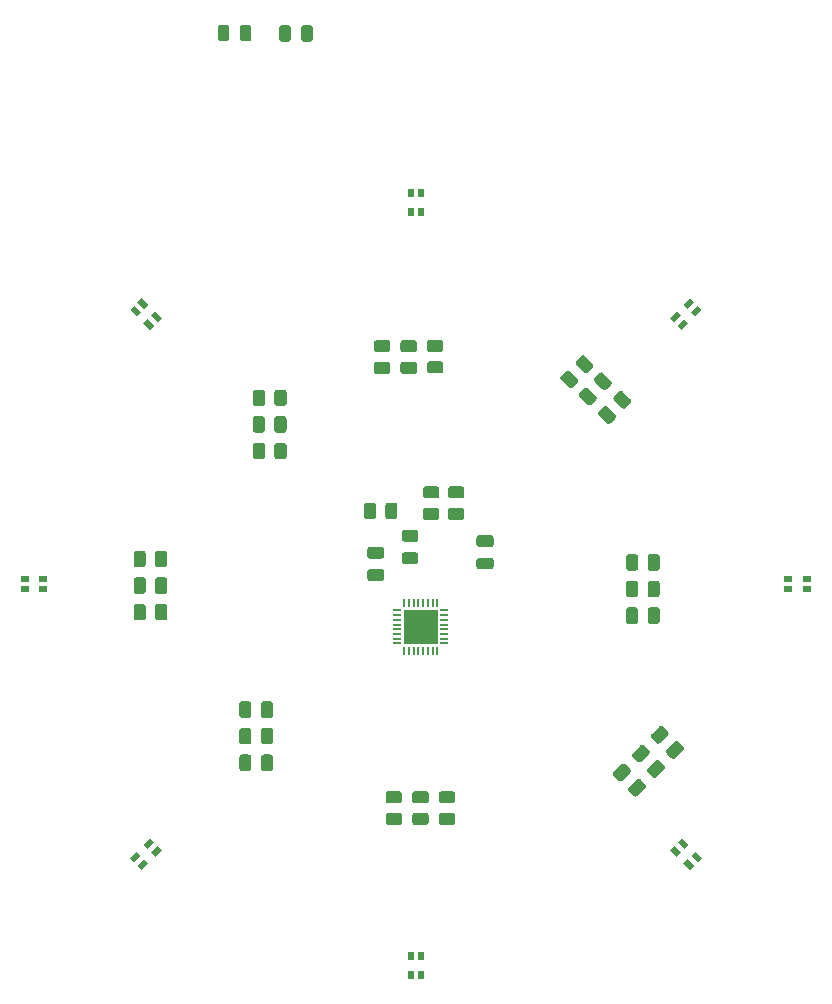
<source format=gtp>
%TF.GenerationSoftware,KiCad,Pcbnew,(5.1.5)-3*%
%TF.CreationDate,2021-01-12T11:59:14+01:00*%
%TF.ProjectId,smart_object_pcb,736d6172-745f-46f6-926a-6563745f7063,rev?*%
%TF.SameCoordinates,Original*%
%TF.FileFunction,Paste,Top*%
%TF.FilePolarity,Positive*%
%FSLAX46Y46*%
G04 Gerber Fmt 4.6, Leading zero omitted, Abs format (unit mm)*
G04 Created by KiCad (PCBNEW (5.1.5)-3) date 2021-01-12 11:59:14*
%MOMM*%
%LPD*%
G04 APERTURE LIST*
%ADD10C,0.100000*%
%ADD11R,0.750000X0.200000*%
%ADD12R,0.200000X0.750000*%
%ADD13R,2.850000X2.850000*%
%ADD14R,0.500000X0.800000*%
%ADD15R,0.800000X0.500000*%
G04 APERTURE END LIST*
D10*
%TO.C,R2*%
G36*
X152136506Y-98095204D02*
G01*
X152160774Y-98098804D01*
X152184573Y-98104765D01*
X152207672Y-98113030D01*
X152229850Y-98123519D01*
X152250893Y-98136132D01*
X152270599Y-98150747D01*
X152288777Y-98167223D01*
X152305253Y-98185401D01*
X152319868Y-98205107D01*
X152332481Y-98226150D01*
X152342970Y-98248328D01*
X152351235Y-98271427D01*
X152357196Y-98295226D01*
X152360796Y-98319494D01*
X152362000Y-98343998D01*
X152362000Y-98869002D01*
X152360796Y-98893506D01*
X152357196Y-98917774D01*
X152351235Y-98941573D01*
X152342970Y-98964672D01*
X152332481Y-98986850D01*
X152319868Y-99007893D01*
X152305253Y-99027599D01*
X152288777Y-99045777D01*
X152270599Y-99062253D01*
X152250893Y-99076868D01*
X152229850Y-99089481D01*
X152207672Y-99099970D01*
X152184573Y-99108235D01*
X152160774Y-99114196D01*
X152136506Y-99117796D01*
X152112002Y-99119000D01*
X151211998Y-99119000D01*
X151187494Y-99117796D01*
X151163226Y-99114196D01*
X151139427Y-99108235D01*
X151116328Y-99099970D01*
X151094150Y-99089481D01*
X151073107Y-99076868D01*
X151053401Y-99062253D01*
X151035223Y-99045777D01*
X151018747Y-99027599D01*
X151004132Y-99007893D01*
X150991519Y-98986850D01*
X150981030Y-98964672D01*
X150972765Y-98941573D01*
X150966804Y-98917774D01*
X150963204Y-98893506D01*
X150962000Y-98869002D01*
X150962000Y-98343998D01*
X150963204Y-98319494D01*
X150966804Y-98295226D01*
X150972765Y-98271427D01*
X150981030Y-98248328D01*
X150991519Y-98226150D01*
X151004132Y-98205107D01*
X151018747Y-98185401D01*
X151035223Y-98167223D01*
X151053401Y-98150747D01*
X151073107Y-98136132D01*
X151094150Y-98123519D01*
X151116328Y-98113030D01*
X151139427Y-98104765D01*
X151163226Y-98098804D01*
X151187494Y-98095204D01*
X151211998Y-98094000D01*
X152112002Y-98094000D01*
X152136506Y-98095204D01*
G37*
G36*
X152136506Y-99920204D02*
G01*
X152160774Y-99923804D01*
X152184573Y-99929765D01*
X152207672Y-99938030D01*
X152229850Y-99948519D01*
X152250893Y-99961132D01*
X152270599Y-99975747D01*
X152288777Y-99992223D01*
X152305253Y-100010401D01*
X152319868Y-100030107D01*
X152332481Y-100051150D01*
X152342970Y-100073328D01*
X152351235Y-100096427D01*
X152357196Y-100120226D01*
X152360796Y-100144494D01*
X152362000Y-100168998D01*
X152362000Y-100694002D01*
X152360796Y-100718506D01*
X152357196Y-100742774D01*
X152351235Y-100766573D01*
X152342970Y-100789672D01*
X152332481Y-100811850D01*
X152319868Y-100832893D01*
X152305253Y-100852599D01*
X152288777Y-100870777D01*
X152270599Y-100887253D01*
X152250893Y-100901868D01*
X152229850Y-100914481D01*
X152207672Y-100924970D01*
X152184573Y-100933235D01*
X152160774Y-100939196D01*
X152136506Y-100942796D01*
X152112002Y-100944000D01*
X151211998Y-100944000D01*
X151187494Y-100942796D01*
X151163226Y-100939196D01*
X151139427Y-100933235D01*
X151116328Y-100924970D01*
X151094150Y-100914481D01*
X151073107Y-100901868D01*
X151053401Y-100887253D01*
X151035223Y-100870777D01*
X151018747Y-100852599D01*
X151004132Y-100832893D01*
X150991519Y-100811850D01*
X150981030Y-100789672D01*
X150972765Y-100766573D01*
X150966804Y-100742774D01*
X150963204Y-100718506D01*
X150962000Y-100694002D01*
X150962000Y-100168998D01*
X150963204Y-100144494D01*
X150966804Y-100120226D01*
X150972765Y-100096427D01*
X150981030Y-100073328D01*
X150991519Y-100051150D01*
X151004132Y-100030107D01*
X151018747Y-100010401D01*
X151035223Y-99992223D01*
X151053401Y-99975747D01*
X151073107Y-99961132D01*
X151094150Y-99948519D01*
X151116328Y-99938030D01*
X151139427Y-99929765D01*
X151163226Y-99923804D01*
X151187494Y-99920204D01*
X151211998Y-99919000D01*
X152112002Y-99919000D01*
X152136506Y-99920204D01*
G37*
%TD*%
%TO.C,R28*%
G36*
X150348142Y-101805674D02*
G01*
X150371803Y-101809184D01*
X150395007Y-101814996D01*
X150417529Y-101823054D01*
X150439153Y-101833282D01*
X150459670Y-101845579D01*
X150478883Y-101859829D01*
X150496607Y-101875893D01*
X150512671Y-101893617D01*
X150526921Y-101912830D01*
X150539218Y-101933347D01*
X150549446Y-101954971D01*
X150557504Y-101977493D01*
X150563316Y-102000697D01*
X150566826Y-102024358D01*
X150568000Y-102048250D01*
X150568000Y-102535750D01*
X150566826Y-102559642D01*
X150563316Y-102583303D01*
X150557504Y-102606507D01*
X150549446Y-102629029D01*
X150539218Y-102650653D01*
X150526921Y-102671170D01*
X150512671Y-102690383D01*
X150496607Y-102708107D01*
X150478883Y-102724171D01*
X150459670Y-102738421D01*
X150439153Y-102750718D01*
X150417529Y-102760946D01*
X150395007Y-102769004D01*
X150371803Y-102774816D01*
X150348142Y-102778326D01*
X150324250Y-102779500D01*
X149411750Y-102779500D01*
X149387858Y-102778326D01*
X149364197Y-102774816D01*
X149340993Y-102769004D01*
X149318471Y-102760946D01*
X149296847Y-102750718D01*
X149276330Y-102738421D01*
X149257117Y-102724171D01*
X149239393Y-102708107D01*
X149223329Y-102690383D01*
X149209079Y-102671170D01*
X149196782Y-102650653D01*
X149186554Y-102629029D01*
X149178496Y-102606507D01*
X149172684Y-102583303D01*
X149169174Y-102559642D01*
X149168000Y-102535750D01*
X149168000Y-102048250D01*
X149169174Y-102024358D01*
X149172684Y-102000697D01*
X149178496Y-101977493D01*
X149186554Y-101954971D01*
X149196782Y-101933347D01*
X149209079Y-101912830D01*
X149223329Y-101893617D01*
X149239393Y-101875893D01*
X149257117Y-101859829D01*
X149276330Y-101845579D01*
X149296847Y-101833282D01*
X149318471Y-101823054D01*
X149340993Y-101814996D01*
X149364197Y-101809184D01*
X149387858Y-101805674D01*
X149411750Y-101804500D01*
X150324250Y-101804500D01*
X150348142Y-101805674D01*
G37*
G36*
X150348142Y-103680674D02*
G01*
X150371803Y-103684184D01*
X150395007Y-103689996D01*
X150417529Y-103698054D01*
X150439153Y-103708282D01*
X150459670Y-103720579D01*
X150478883Y-103734829D01*
X150496607Y-103750893D01*
X150512671Y-103768617D01*
X150526921Y-103787830D01*
X150539218Y-103808347D01*
X150549446Y-103829971D01*
X150557504Y-103852493D01*
X150563316Y-103875697D01*
X150566826Y-103899358D01*
X150568000Y-103923250D01*
X150568000Y-104410750D01*
X150566826Y-104434642D01*
X150563316Y-104458303D01*
X150557504Y-104481507D01*
X150549446Y-104504029D01*
X150539218Y-104525653D01*
X150526921Y-104546170D01*
X150512671Y-104565383D01*
X150496607Y-104583107D01*
X150478883Y-104599171D01*
X150459670Y-104613421D01*
X150439153Y-104625718D01*
X150417529Y-104635946D01*
X150395007Y-104644004D01*
X150371803Y-104649816D01*
X150348142Y-104653326D01*
X150324250Y-104654500D01*
X149411750Y-104654500D01*
X149387858Y-104653326D01*
X149364197Y-104649816D01*
X149340993Y-104644004D01*
X149318471Y-104635946D01*
X149296847Y-104625718D01*
X149276330Y-104613421D01*
X149257117Y-104599171D01*
X149239393Y-104583107D01*
X149223329Y-104565383D01*
X149209079Y-104546170D01*
X149196782Y-104525653D01*
X149186554Y-104504029D01*
X149178496Y-104481507D01*
X149172684Y-104458303D01*
X149169174Y-104434642D01*
X149168000Y-104410750D01*
X149168000Y-103923250D01*
X149169174Y-103899358D01*
X149172684Y-103875697D01*
X149178496Y-103852493D01*
X149186554Y-103829971D01*
X149196782Y-103808347D01*
X149209079Y-103787830D01*
X149223329Y-103768617D01*
X149239393Y-103750893D01*
X149257117Y-103734829D01*
X149276330Y-103720579D01*
X149296847Y-103708282D01*
X149318471Y-103698054D01*
X149340993Y-103689996D01*
X149364197Y-103684184D01*
X149387858Y-103680674D01*
X149411750Y-103679500D01*
X150324250Y-103679500D01*
X150348142Y-103680674D01*
G37*
%TD*%
%TO.C,C4*%
G36*
X136214642Y-59009174D02*
G01*
X136238303Y-59012684D01*
X136261507Y-59018496D01*
X136284029Y-59026554D01*
X136305653Y-59036782D01*
X136326170Y-59049079D01*
X136345383Y-59063329D01*
X136363107Y-59079393D01*
X136379171Y-59097117D01*
X136393421Y-59116330D01*
X136405718Y-59136847D01*
X136415946Y-59158471D01*
X136424004Y-59180993D01*
X136429816Y-59204197D01*
X136433326Y-59227858D01*
X136434500Y-59251750D01*
X136434500Y-60164250D01*
X136433326Y-60188142D01*
X136429816Y-60211803D01*
X136424004Y-60235007D01*
X136415946Y-60257529D01*
X136405718Y-60279153D01*
X136393421Y-60299670D01*
X136379171Y-60318883D01*
X136363107Y-60336607D01*
X136345383Y-60352671D01*
X136326170Y-60366921D01*
X136305653Y-60379218D01*
X136284029Y-60389446D01*
X136261507Y-60397504D01*
X136238303Y-60403316D01*
X136214642Y-60406826D01*
X136190750Y-60408000D01*
X135703250Y-60408000D01*
X135679358Y-60406826D01*
X135655697Y-60403316D01*
X135632493Y-60397504D01*
X135609971Y-60389446D01*
X135588347Y-60379218D01*
X135567830Y-60366921D01*
X135548617Y-60352671D01*
X135530893Y-60336607D01*
X135514829Y-60318883D01*
X135500579Y-60299670D01*
X135488282Y-60279153D01*
X135478054Y-60257529D01*
X135469996Y-60235007D01*
X135464184Y-60211803D01*
X135460674Y-60188142D01*
X135459500Y-60164250D01*
X135459500Y-59251750D01*
X135460674Y-59227858D01*
X135464184Y-59204197D01*
X135469996Y-59180993D01*
X135478054Y-59158471D01*
X135488282Y-59136847D01*
X135500579Y-59116330D01*
X135514829Y-59097117D01*
X135530893Y-59079393D01*
X135548617Y-59063329D01*
X135567830Y-59049079D01*
X135588347Y-59036782D01*
X135609971Y-59026554D01*
X135632493Y-59018496D01*
X135655697Y-59012684D01*
X135679358Y-59009174D01*
X135703250Y-59008000D01*
X136190750Y-59008000D01*
X136214642Y-59009174D01*
G37*
G36*
X134339642Y-59009174D02*
G01*
X134363303Y-59012684D01*
X134386507Y-59018496D01*
X134409029Y-59026554D01*
X134430653Y-59036782D01*
X134451170Y-59049079D01*
X134470383Y-59063329D01*
X134488107Y-59079393D01*
X134504171Y-59097117D01*
X134518421Y-59116330D01*
X134530718Y-59136847D01*
X134540946Y-59158471D01*
X134549004Y-59180993D01*
X134554816Y-59204197D01*
X134558326Y-59227858D01*
X134559500Y-59251750D01*
X134559500Y-60164250D01*
X134558326Y-60188142D01*
X134554816Y-60211803D01*
X134549004Y-60235007D01*
X134540946Y-60257529D01*
X134530718Y-60279153D01*
X134518421Y-60299670D01*
X134504171Y-60318883D01*
X134488107Y-60336607D01*
X134470383Y-60352671D01*
X134451170Y-60366921D01*
X134430653Y-60379218D01*
X134409029Y-60389446D01*
X134386507Y-60397504D01*
X134363303Y-60403316D01*
X134339642Y-60406826D01*
X134315750Y-60408000D01*
X133828250Y-60408000D01*
X133804358Y-60406826D01*
X133780697Y-60403316D01*
X133757493Y-60397504D01*
X133734971Y-60389446D01*
X133713347Y-60379218D01*
X133692830Y-60366921D01*
X133673617Y-60352671D01*
X133655893Y-60336607D01*
X133639829Y-60318883D01*
X133625579Y-60299670D01*
X133613282Y-60279153D01*
X133603054Y-60257529D01*
X133594996Y-60235007D01*
X133589184Y-60211803D01*
X133585674Y-60188142D01*
X133584500Y-60164250D01*
X133584500Y-59251750D01*
X133585674Y-59227858D01*
X133589184Y-59204197D01*
X133594996Y-59180993D01*
X133603054Y-59158471D01*
X133613282Y-59136847D01*
X133625579Y-59116330D01*
X133639829Y-59097117D01*
X133655893Y-59079393D01*
X133673617Y-59063329D01*
X133692830Y-59049079D01*
X133713347Y-59036782D01*
X133734971Y-59026554D01*
X133757493Y-59018496D01*
X133780697Y-59012684D01*
X133804358Y-59009174D01*
X133828250Y-59008000D01*
X134315750Y-59008000D01*
X134339642Y-59009174D01*
G37*
%TD*%
%TO.C,C3*%
G36*
X141417642Y-59044174D02*
G01*
X141441303Y-59047684D01*
X141464507Y-59053496D01*
X141487029Y-59061554D01*
X141508653Y-59071782D01*
X141529170Y-59084079D01*
X141548383Y-59098329D01*
X141566107Y-59114393D01*
X141582171Y-59132117D01*
X141596421Y-59151330D01*
X141608718Y-59171847D01*
X141618946Y-59193471D01*
X141627004Y-59215993D01*
X141632816Y-59239197D01*
X141636326Y-59262858D01*
X141637500Y-59286750D01*
X141637500Y-60199250D01*
X141636326Y-60223142D01*
X141632816Y-60246803D01*
X141627004Y-60270007D01*
X141618946Y-60292529D01*
X141608718Y-60314153D01*
X141596421Y-60334670D01*
X141582171Y-60353883D01*
X141566107Y-60371607D01*
X141548383Y-60387671D01*
X141529170Y-60401921D01*
X141508653Y-60414218D01*
X141487029Y-60424446D01*
X141464507Y-60432504D01*
X141441303Y-60438316D01*
X141417642Y-60441826D01*
X141393750Y-60443000D01*
X140906250Y-60443000D01*
X140882358Y-60441826D01*
X140858697Y-60438316D01*
X140835493Y-60432504D01*
X140812971Y-60424446D01*
X140791347Y-60414218D01*
X140770830Y-60401921D01*
X140751617Y-60387671D01*
X140733893Y-60371607D01*
X140717829Y-60353883D01*
X140703579Y-60334670D01*
X140691282Y-60314153D01*
X140681054Y-60292529D01*
X140672996Y-60270007D01*
X140667184Y-60246803D01*
X140663674Y-60223142D01*
X140662500Y-60199250D01*
X140662500Y-59286750D01*
X140663674Y-59262858D01*
X140667184Y-59239197D01*
X140672996Y-59215993D01*
X140681054Y-59193471D01*
X140691282Y-59171847D01*
X140703579Y-59151330D01*
X140717829Y-59132117D01*
X140733893Y-59114393D01*
X140751617Y-59098329D01*
X140770830Y-59084079D01*
X140791347Y-59071782D01*
X140812971Y-59061554D01*
X140835493Y-59053496D01*
X140858697Y-59047684D01*
X140882358Y-59044174D01*
X140906250Y-59043000D01*
X141393750Y-59043000D01*
X141417642Y-59044174D01*
G37*
G36*
X139542642Y-59044174D02*
G01*
X139566303Y-59047684D01*
X139589507Y-59053496D01*
X139612029Y-59061554D01*
X139633653Y-59071782D01*
X139654170Y-59084079D01*
X139673383Y-59098329D01*
X139691107Y-59114393D01*
X139707171Y-59132117D01*
X139721421Y-59151330D01*
X139733718Y-59171847D01*
X139743946Y-59193471D01*
X139752004Y-59215993D01*
X139757816Y-59239197D01*
X139761326Y-59262858D01*
X139762500Y-59286750D01*
X139762500Y-60199250D01*
X139761326Y-60223142D01*
X139757816Y-60246803D01*
X139752004Y-60270007D01*
X139743946Y-60292529D01*
X139733718Y-60314153D01*
X139721421Y-60334670D01*
X139707171Y-60353883D01*
X139691107Y-60371607D01*
X139673383Y-60387671D01*
X139654170Y-60401921D01*
X139633653Y-60414218D01*
X139612029Y-60424446D01*
X139589507Y-60432504D01*
X139566303Y-60438316D01*
X139542642Y-60441826D01*
X139518750Y-60443000D01*
X139031250Y-60443000D01*
X139007358Y-60441826D01*
X138983697Y-60438316D01*
X138960493Y-60432504D01*
X138937971Y-60424446D01*
X138916347Y-60414218D01*
X138895830Y-60401921D01*
X138876617Y-60387671D01*
X138858893Y-60371607D01*
X138842829Y-60353883D01*
X138828579Y-60334670D01*
X138816282Y-60314153D01*
X138806054Y-60292529D01*
X138797996Y-60270007D01*
X138792184Y-60246803D01*
X138788674Y-60223142D01*
X138787500Y-60199250D01*
X138787500Y-59286750D01*
X138788674Y-59262858D01*
X138792184Y-59239197D01*
X138797996Y-59215993D01*
X138806054Y-59193471D01*
X138816282Y-59171847D01*
X138828579Y-59151330D01*
X138842829Y-59132117D01*
X138858893Y-59114393D01*
X138876617Y-59098329D01*
X138895830Y-59084079D01*
X138916347Y-59071782D01*
X138937971Y-59061554D01*
X138960493Y-59053496D01*
X138983697Y-59047684D01*
X139007358Y-59044174D01*
X139031250Y-59043000D01*
X139518750Y-59043000D01*
X139542642Y-59044174D01*
G37*
%TD*%
%TO.C,LED7*%
G36*
X172451885Y-129441834D02*
G01*
X171886200Y-128876149D01*
X172239753Y-128522596D01*
X172805438Y-129088281D01*
X172451885Y-129441834D01*
G37*
G36*
X173088281Y-128805438D02*
G01*
X172522596Y-128239753D01*
X172876149Y-127886200D01*
X173441834Y-128451885D01*
X173088281Y-128805438D01*
G37*
G36*
X174219651Y-129936808D02*
G01*
X173653966Y-129371123D01*
X174007519Y-129017570D01*
X174573204Y-129583255D01*
X174219651Y-129936808D01*
G37*
G36*
X173583255Y-130573204D02*
G01*
X173017570Y-130007519D01*
X173371123Y-129653966D01*
X173936808Y-130219651D01*
X173583255Y-130573204D01*
G37*
%TD*%
%TO.C,LED4*%
G36*
X126156498Y-129583255D02*
G01*
X126722183Y-129017570D01*
X127075736Y-129371123D01*
X126510051Y-129936808D01*
X126156498Y-129583255D01*
G37*
G36*
X126792894Y-130219651D02*
G01*
X127358579Y-129653966D01*
X127712132Y-130007519D01*
X127146447Y-130573204D01*
X126792894Y-130219651D01*
G37*
G36*
X127924264Y-129088281D02*
G01*
X128489949Y-128522596D01*
X128843502Y-128876149D01*
X128277817Y-129441834D01*
X127924264Y-129088281D01*
G37*
G36*
X127287868Y-128451885D02*
G01*
X127853553Y-127886200D01*
X128207106Y-128239753D01*
X127641421Y-128805438D01*
X127287868Y-128451885D01*
G37*
%TD*%
%TO.C,R8*%
G36*
X137362006Y-94401204D02*
G01*
X137386274Y-94404804D01*
X137410073Y-94410765D01*
X137433172Y-94419030D01*
X137455350Y-94429519D01*
X137476393Y-94442132D01*
X137496099Y-94456747D01*
X137514277Y-94473223D01*
X137530753Y-94491401D01*
X137545368Y-94511107D01*
X137557981Y-94532150D01*
X137568470Y-94554328D01*
X137576735Y-94577427D01*
X137582696Y-94601226D01*
X137586296Y-94625494D01*
X137587500Y-94649998D01*
X137587500Y-95550002D01*
X137586296Y-95574506D01*
X137582696Y-95598774D01*
X137576735Y-95622573D01*
X137568470Y-95645672D01*
X137557981Y-95667850D01*
X137545368Y-95688893D01*
X137530753Y-95708599D01*
X137514277Y-95726777D01*
X137496099Y-95743253D01*
X137476393Y-95757868D01*
X137455350Y-95770481D01*
X137433172Y-95780970D01*
X137410073Y-95789235D01*
X137386274Y-95795196D01*
X137362006Y-95798796D01*
X137337502Y-95800000D01*
X136812498Y-95800000D01*
X136787994Y-95798796D01*
X136763726Y-95795196D01*
X136739927Y-95789235D01*
X136716828Y-95780970D01*
X136694650Y-95770481D01*
X136673607Y-95757868D01*
X136653901Y-95743253D01*
X136635723Y-95726777D01*
X136619247Y-95708599D01*
X136604632Y-95688893D01*
X136592019Y-95667850D01*
X136581530Y-95645672D01*
X136573265Y-95622573D01*
X136567304Y-95598774D01*
X136563704Y-95574506D01*
X136562500Y-95550002D01*
X136562500Y-94649998D01*
X136563704Y-94625494D01*
X136567304Y-94601226D01*
X136573265Y-94577427D01*
X136581530Y-94554328D01*
X136592019Y-94532150D01*
X136604632Y-94511107D01*
X136619247Y-94491401D01*
X136635723Y-94473223D01*
X136653901Y-94456747D01*
X136673607Y-94442132D01*
X136694650Y-94429519D01*
X136716828Y-94419030D01*
X136739927Y-94410765D01*
X136763726Y-94404804D01*
X136787994Y-94401204D01*
X136812498Y-94400000D01*
X137337502Y-94400000D01*
X137362006Y-94401204D01*
G37*
G36*
X139187006Y-94401204D02*
G01*
X139211274Y-94404804D01*
X139235073Y-94410765D01*
X139258172Y-94419030D01*
X139280350Y-94429519D01*
X139301393Y-94442132D01*
X139321099Y-94456747D01*
X139339277Y-94473223D01*
X139355753Y-94491401D01*
X139370368Y-94511107D01*
X139382981Y-94532150D01*
X139393470Y-94554328D01*
X139401735Y-94577427D01*
X139407696Y-94601226D01*
X139411296Y-94625494D01*
X139412500Y-94649998D01*
X139412500Y-95550002D01*
X139411296Y-95574506D01*
X139407696Y-95598774D01*
X139401735Y-95622573D01*
X139393470Y-95645672D01*
X139382981Y-95667850D01*
X139370368Y-95688893D01*
X139355753Y-95708599D01*
X139339277Y-95726777D01*
X139321099Y-95743253D01*
X139301393Y-95757868D01*
X139280350Y-95770481D01*
X139258172Y-95780970D01*
X139235073Y-95789235D01*
X139211274Y-95795196D01*
X139187006Y-95798796D01*
X139162502Y-95800000D01*
X138637498Y-95800000D01*
X138612994Y-95798796D01*
X138588726Y-95795196D01*
X138564927Y-95789235D01*
X138541828Y-95780970D01*
X138519650Y-95770481D01*
X138498607Y-95757868D01*
X138478901Y-95743253D01*
X138460723Y-95726777D01*
X138444247Y-95708599D01*
X138429632Y-95688893D01*
X138417019Y-95667850D01*
X138406530Y-95645672D01*
X138398265Y-95622573D01*
X138392304Y-95598774D01*
X138388704Y-95574506D01*
X138387500Y-95550002D01*
X138387500Y-94649998D01*
X138388704Y-94625494D01*
X138392304Y-94601226D01*
X138398265Y-94577427D01*
X138406530Y-94554328D01*
X138417019Y-94532150D01*
X138429632Y-94511107D01*
X138444247Y-94491401D01*
X138460723Y-94473223D01*
X138478901Y-94456747D01*
X138498607Y-94442132D01*
X138519650Y-94429519D01*
X138541828Y-94419030D01*
X138564927Y-94410765D01*
X138588726Y-94404804D01*
X138612994Y-94401204D01*
X138637498Y-94400000D01*
X139162502Y-94400000D01*
X139187006Y-94401204D01*
G37*
%TD*%
%TO.C,R7*%
G36*
X139187006Y-92151204D02*
G01*
X139211274Y-92154804D01*
X139235073Y-92160765D01*
X139258172Y-92169030D01*
X139280350Y-92179519D01*
X139301393Y-92192132D01*
X139321099Y-92206747D01*
X139339277Y-92223223D01*
X139355753Y-92241401D01*
X139370368Y-92261107D01*
X139382981Y-92282150D01*
X139393470Y-92304328D01*
X139401735Y-92327427D01*
X139407696Y-92351226D01*
X139411296Y-92375494D01*
X139412500Y-92399998D01*
X139412500Y-93300002D01*
X139411296Y-93324506D01*
X139407696Y-93348774D01*
X139401735Y-93372573D01*
X139393470Y-93395672D01*
X139382981Y-93417850D01*
X139370368Y-93438893D01*
X139355753Y-93458599D01*
X139339277Y-93476777D01*
X139321099Y-93493253D01*
X139301393Y-93507868D01*
X139280350Y-93520481D01*
X139258172Y-93530970D01*
X139235073Y-93539235D01*
X139211274Y-93545196D01*
X139187006Y-93548796D01*
X139162502Y-93550000D01*
X138637498Y-93550000D01*
X138612994Y-93548796D01*
X138588726Y-93545196D01*
X138564927Y-93539235D01*
X138541828Y-93530970D01*
X138519650Y-93520481D01*
X138498607Y-93507868D01*
X138478901Y-93493253D01*
X138460723Y-93476777D01*
X138444247Y-93458599D01*
X138429632Y-93438893D01*
X138417019Y-93417850D01*
X138406530Y-93395672D01*
X138398265Y-93372573D01*
X138392304Y-93348774D01*
X138388704Y-93324506D01*
X138387500Y-93300002D01*
X138387500Y-92399998D01*
X138388704Y-92375494D01*
X138392304Y-92351226D01*
X138398265Y-92327427D01*
X138406530Y-92304328D01*
X138417019Y-92282150D01*
X138429632Y-92261107D01*
X138444247Y-92241401D01*
X138460723Y-92223223D01*
X138478901Y-92206747D01*
X138498607Y-92192132D01*
X138519650Y-92179519D01*
X138541828Y-92169030D01*
X138564927Y-92160765D01*
X138588726Y-92154804D01*
X138612994Y-92151204D01*
X138637498Y-92150000D01*
X139162502Y-92150000D01*
X139187006Y-92151204D01*
G37*
G36*
X137362006Y-92151204D02*
G01*
X137386274Y-92154804D01*
X137410073Y-92160765D01*
X137433172Y-92169030D01*
X137455350Y-92179519D01*
X137476393Y-92192132D01*
X137496099Y-92206747D01*
X137514277Y-92223223D01*
X137530753Y-92241401D01*
X137545368Y-92261107D01*
X137557981Y-92282150D01*
X137568470Y-92304328D01*
X137576735Y-92327427D01*
X137582696Y-92351226D01*
X137586296Y-92375494D01*
X137587500Y-92399998D01*
X137587500Y-93300002D01*
X137586296Y-93324506D01*
X137582696Y-93348774D01*
X137576735Y-93372573D01*
X137568470Y-93395672D01*
X137557981Y-93417850D01*
X137545368Y-93438893D01*
X137530753Y-93458599D01*
X137514277Y-93476777D01*
X137496099Y-93493253D01*
X137476393Y-93507868D01*
X137455350Y-93520481D01*
X137433172Y-93530970D01*
X137410073Y-93539235D01*
X137386274Y-93545196D01*
X137362006Y-93548796D01*
X137337502Y-93550000D01*
X136812498Y-93550000D01*
X136787994Y-93548796D01*
X136763726Y-93545196D01*
X136739927Y-93539235D01*
X136716828Y-93530970D01*
X136694650Y-93520481D01*
X136673607Y-93507868D01*
X136653901Y-93493253D01*
X136635723Y-93476777D01*
X136619247Y-93458599D01*
X136604632Y-93438893D01*
X136592019Y-93417850D01*
X136581530Y-93395672D01*
X136573265Y-93372573D01*
X136567304Y-93348774D01*
X136563704Y-93324506D01*
X136562500Y-93300002D01*
X136562500Y-92399998D01*
X136563704Y-92375494D01*
X136567304Y-92351226D01*
X136573265Y-92327427D01*
X136581530Y-92304328D01*
X136592019Y-92282150D01*
X136604632Y-92261107D01*
X136619247Y-92241401D01*
X136635723Y-92223223D01*
X136653901Y-92206747D01*
X136673607Y-92192132D01*
X136694650Y-92179519D01*
X136716828Y-92169030D01*
X136739927Y-92160765D01*
X136763726Y-92154804D01*
X136787994Y-92151204D01*
X136812498Y-92150000D01*
X137337502Y-92150000D01*
X137362006Y-92151204D01*
G37*
%TD*%
%TO.C,R1*%
G36*
X154247506Y-99921704D02*
G01*
X154271774Y-99925304D01*
X154295573Y-99931265D01*
X154318672Y-99939530D01*
X154340850Y-99950019D01*
X154361893Y-99962632D01*
X154381599Y-99977247D01*
X154399777Y-99993723D01*
X154416253Y-100011901D01*
X154430868Y-100031607D01*
X154443481Y-100052650D01*
X154453970Y-100074828D01*
X154462235Y-100097927D01*
X154468196Y-100121726D01*
X154471796Y-100145994D01*
X154473000Y-100170498D01*
X154473000Y-100695502D01*
X154471796Y-100720006D01*
X154468196Y-100744274D01*
X154462235Y-100768073D01*
X154453970Y-100791172D01*
X154443481Y-100813350D01*
X154430868Y-100834393D01*
X154416253Y-100854099D01*
X154399777Y-100872277D01*
X154381599Y-100888753D01*
X154361893Y-100903368D01*
X154340850Y-100915981D01*
X154318672Y-100926470D01*
X154295573Y-100934735D01*
X154271774Y-100940696D01*
X154247506Y-100944296D01*
X154223002Y-100945500D01*
X153322998Y-100945500D01*
X153298494Y-100944296D01*
X153274226Y-100940696D01*
X153250427Y-100934735D01*
X153227328Y-100926470D01*
X153205150Y-100915981D01*
X153184107Y-100903368D01*
X153164401Y-100888753D01*
X153146223Y-100872277D01*
X153129747Y-100854099D01*
X153115132Y-100834393D01*
X153102519Y-100813350D01*
X153092030Y-100791172D01*
X153083765Y-100768073D01*
X153077804Y-100744274D01*
X153074204Y-100720006D01*
X153073000Y-100695502D01*
X153073000Y-100170498D01*
X153074204Y-100145994D01*
X153077804Y-100121726D01*
X153083765Y-100097927D01*
X153092030Y-100074828D01*
X153102519Y-100052650D01*
X153115132Y-100031607D01*
X153129747Y-100011901D01*
X153146223Y-99993723D01*
X153164401Y-99977247D01*
X153184107Y-99962632D01*
X153205150Y-99950019D01*
X153227328Y-99939530D01*
X153250427Y-99931265D01*
X153274226Y-99925304D01*
X153298494Y-99921704D01*
X153322998Y-99920500D01*
X154223002Y-99920500D01*
X154247506Y-99921704D01*
G37*
G36*
X154247506Y-98096704D02*
G01*
X154271774Y-98100304D01*
X154295573Y-98106265D01*
X154318672Y-98114530D01*
X154340850Y-98125019D01*
X154361893Y-98137632D01*
X154381599Y-98152247D01*
X154399777Y-98168723D01*
X154416253Y-98186901D01*
X154430868Y-98206607D01*
X154443481Y-98227650D01*
X154453970Y-98249828D01*
X154462235Y-98272927D01*
X154468196Y-98296726D01*
X154471796Y-98320994D01*
X154473000Y-98345498D01*
X154473000Y-98870502D01*
X154471796Y-98895006D01*
X154468196Y-98919274D01*
X154462235Y-98943073D01*
X154453970Y-98966172D01*
X154443481Y-98988350D01*
X154430868Y-99009393D01*
X154416253Y-99029099D01*
X154399777Y-99047277D01*
X154381599Y-99063753D01*
X154361893Y-99078368D01*
X154340850Y-99090981D01*
X154318672Y-99101470D01*
X154295573Y-99109735D01*
X154271774Y-99115696D01*
X154247506Y-99119296D01*
X154223002Y-99120500D01*
X153322998Y-99120500D01*
X153298494Y-99119296D01*
X153274226Y-99115696D01*
X153250427Y-99109735D01*
X153227328Y-99101470D01*
X153205150Y-99090981D01*
X153184107Y-99078368D01*
X153164401Y-99063753D01*
X153146223Y-99047277D01*
X153129747Y-99029099D01*
X153115132Y-99009393D01*
X153102519Y-98988350D01*
X153092030Y-98966172D01*
X153083765Y-98943073D01*
X153077804Y-98919274D01*
X153074204Y-98895006D01*
X153073000Y-98870502D01*
X153073000Y-98345498D01*
X153074204Y-98320994D01*
X153077804Y-98296726D01*
X153083765Y-98272927D01*
X153092030Y-98249828D01*
X153102519Y-98227650D01*
X153115132Y-98206607D01*
X153129747Y-98186901D01*
X153146223Y-98168723D01*
X153164401Y-98152247D01*
X153184107Y-98137632D01*
X153205150Y-98125019D01*
X153227328Y-98114530D01*
X153250427Y-98106265D01*
X153274226Y-98100304D01*
X153298494Y-98096704D01*
X153322998Y-98095500D01*
X154223002Y-98095500D01*
X154247506Y-98096704D01*
G37*
%TD*%
%TO.C,LED2*%
G36*
X127146447Y-82156498D02*
G01*
X127712132Y-82722183D01*
X127358579Y-83075736D01*
X126792894Y-82510051D01*
X127146447Y-82156498D01*
G37*
G36*
X126510051Y-82792894D02*
G01*
X127075736Y-83358579D01*
X126722183Y-83712132D01*
X126156498Y-83146447D01*
X126510051Y-82792894D01*
G37*
G36*
X127641421Y-83924264D02*
G01*
X128207106Y-84489949D01*
X127853553Y-84843502D01*
X127287868Y-84277817D01*
X127641421Y-83924264D01*
G37*
G36*
X128277817Y-83287868D02*
G01*
X128843502Y-83853553D01*
X128489949Y-84207106D01*
X127924264Y-83641421D01*
X128277817Y-83287868D01*
G37*
%TD*%
%TO.C,R18*%
G36*
X166446686Y-91292625D02*
G01*
X166470954Y-91296225D01*
X166494753Y-91302186D01*
X166517852Y-91310451D01*
X166540030Y-91320940D01*
X166561073Y-91333553D01*
X166580779Y-91348168D01*
X166598957Y-91364644D01*
X167235356Y-92001043D01*
X167251832Y-92019221D01*
X167266447Y-92038927D01*
X167279060Y-92059970D01*
X167289549Y-92082148D01*
X167297814Y-92105247D01*
X167303775Y-92129046D01*
X167307375Y-92153314D01*
X167308579Y-92177818D01*
X167307375Y-92202322D01*
X167303775Y-92226590D01*
X167297814Y-92250389D01*
X167289549Y-92273488D01*
X167279060Y-92295666D01*
X167266447Y-92316709D01*
X167251832Y-92336415D01*
X167235356Y-92354593D01*
X166864123Y-92725826D01*
X166845945Y-92742302D01*
X166826239Y-92756917D01*
X166805196Y-92769530D01*
X166783018Y-92780019D01*
X166759919Y-92788284D01*
X166736120Y-92794245D01*
X166711852Y-92797845D01*
X166687348Y-92799049D01*
X166662844Y-92797845D01*
X166638576Y-92794245D01*
X166614777Y-92788284D01*
X166591678Y-92780019D01*
X166569500Y-92769530D01*
X166548457Y-92756917D01*
X166528751Y-92742302D01*
X166510573Y-92725826D01*
X165874174Y-92089427D01*
X165857698Y-92071249D01*
X165843083Y-92051543D01*
X165830470Y-92030500D01*
X165819981Y-92008322D01*
X165811716Y-91985223D01*
X165805755Y-91961424D01*
X165802155Y-91937156D01*
X165800951Y-91912652D01*
X165802155Y-91888148D01*
X165805755Y-91863880D01*
X165811716Y-91840081D01*
X165819981Y-91816982D01*
X165830470Y-91794804D01*
X165843083Y-91773761D01*
X165857698Y-91754055D01*
X165874174Y-91735877D01*
X166245407Y-91364644D01*
X166263585Y-91348168D01*
X166283291Y-91333553D01*
X166304334Y-91320940D01*
X166326512Y-91310451D01*
X166349611Y-91302186D01*
X166373410Y-91296225D01*
X166397678Y-91292625D01*
X166422182Y-91291421D01*
X166446686Y-91292625D01*
G37*
G36*
X167737156Y-90002155D02*
G01*
X167761424Y-90005755D01*
X167785223Y-90011716D01*
X167808322Y-90019981D01*
X167830500Y-90030470D01*
X167851543Y-90043083D01*
X167871249Y-90057698D01*
X167889427Y-90074174D01*
X168525826Y-90710573D01*
X168542302Y-90728751D01*
X168556917Y-90748457D01*
X168569530Y-90769500D01*
X168580019Y-90791678D01*
X168588284Y-90814777D01*
X168594245Y-90838576D01*
X168597845Y-90862844D01*
X168599049Y-90887348D01*
X168597845Y-90911852D01*
X168594245Y-90936120D01*
X168588284Y-90959919D01*
X168580019Y-90983018D01*
X168569530Y-91005196D01*
X168556917Y-91026239D01*
X168542302Y-91045945D01*
X168525826Y-91064123D01*
X168154593Y-91435356D01*
X168136415Y-91451832D01*
X168116709Y-91466447D01*
X168095666Y-91479060D01*
X168073488Y-91489549D01*
X168050389Y-91497814D01*
X168026590Y-91503775D01*
X168002322Y-91507375D01*
X167977818Y-91508579D01*
X167953314Y-91507375D01*
X167929046Y-91503775D01*
X167905247Y-91497814D01*
X167882148Y-91489549D01*
X167859970Y-91479060D01*
X167838927Y-91466447D01*
X167819221Y-91451832D01*
X167801043Y-91435356D01*
X167164644Y-90798957D01*
X167148168Y-90780779D01*
X167133553Y-90761073D01*
X167120940Y-90740030D01*
X167110451Y-90717852D01*
X167102186Y-90694753D01*
X167096225Y-90670954D01*
X167092625Y-90646686D01*
X167091421Y-90622182D01*
X167092625Y-90597678D01*
X167096225Y-90573410D01*
X167102186Y-90549611D01*
X167110451Y-90526512D01*
X167120940Y-90504334D01*
X167133553Y-90483291D01*
X167148168Y-90463585D01*
X167164644Y-90445407D01*
X167535877Y-90074174D01*
X167554055Y-90057698D01*
X167573761Y-90043083D01*
X167594804Y-90030470D01*
X167616982Y-90019981D01*
X167640081Y-90011716D01*
X167663880Y-90005755D01*
X167688148Y-90002155D01*
X167712652Y-90000951D01*
X167737156Y-90002155D01*
G37*
%TD*%
%TO.C,C1*%
G36*
X147469504Y-105113204D02*
G01*
X147493773Y-105116804D01*
X147517571Y-105122765D01*
X147540671Y-105131030D01*
X147562849Y-105141520D01*
X147583893Y-105154133D01*
X147603598Y-105168747D01*
X147621777Y-105185223D01*
X147638253Y-105203402D01*
X147652867Y-105223107D01*
X147665480Y-105244151D01*
X147675970Y-105266329D01*
X147684235Y-105289429D01*
X147690196Y-105313227D01*
X147693796Y-105337496D01*
X147695000Y-105362000D01*
X147695000Y-105862000D01*
X147693796Y-105886504D01*
X147690196Y-105910773D01*
X147684235Y-105934571D01*
X147675970Y-105957671D01*
X147665480Y-105979849D01*
X147652867Y-106000893D01*
X147638253Y-106020598D01*
X147621777Y-106038777D01*
X147603598Y-106055253D01*
X147583893Y-106069867D01*
X147562849Y-106082480D01*
X147540671Y-106092970D01*
X147517571Y-106101235D01*
X147493773Y-106107196D01*
X147469504Y-106110796D01*
X147445000Y-106112000D01*
X146495000Y-106112000D01*
X146470496Y-106110796D01*
X146446227Y-106107196D01*
X146422429Y-106101235D01*
X146399329Y-106092970D01*
X146377151Y-106082480D01*
X146356107Y-106069867D01*
X146336402Y-106055253D01*
X146318223Y-106038777D01*
X146301747Y-106020598D01*
X146287133Y-106000893D01*
X146274520Y-105979849D01*
X146264030Y-105957671D01*
X146255765Y-105934571D01*
X146249804Y-105910773D01*
X146246204Y-105886504D01*
X146245000Y-105862000D01*
X146245000Y-105362000D01*
X146246204Y-105337496D01*
X146249804Y-105313227D01*
X146255765Y-105289429D01*
X146264030Y-105266329D01*
X146274520Y-105244151D01*
X146287133Y-105223107D01*
X146301747Y-105203402D01*
X146318223Y-105185223D01*
X146336402Y-105168747D01*
X146356107Y-105154133D01*
X146377151Y-105141520D01*
X146399329Y-105131030D01*
X146422429Y-105122765D01*
X146446227Y-105116804D01*
X146470496Y-105113204D01*
X146495000Y-105112000D01*
X147445000Y-105112000D01*
X147469504Y-105113204D01*
G37*
G36*
X147469504Y-103213204D02*
G01*
X147493773Y-103216804D01*
X147517571Y-103222765D01*
X147540671Y-103231030D01*
X147562849Y-103241520D01*
X147583893Y-103254133D01*
X147603598Y-103268747D01*
X147621777Y-103285223D01*
X147638253Y-103303402D01*
X147652867Y-103323107D01*
X147665480Y-103344151D01*
X147675970Y-103366329D01*
X147684235Y-103389429D01*
X147690196Y-103413227D01*
X147693796Y-103437496D01*
X147695000Y-103462000D01*
X147695000Y-103962000D01*
X147693796Y-103986504D01*
X147690196Y-104010773D01*
X147684235Y-104034571D01*
X147675970Y-104057671D01*
X147665480Y-104079849D01*
X147652867Y-104100893D01*
X147638253Y-104120598D01*
X147621777Y-104138777D01*
X147603598Y-104155253D01*
X147583893Y-104169867D01*
X147562849Y-104182480D01*
X147540671Y-104192970D01*
X147517571Y-104201235D01*
X147493773Y-104207196D01*
X147469504Y-104210796D01*
X147445000Y-104212000D01*
X146495000Y-104212000D01*
X146470496Y-104210796D01*
X146446227Y-104207196D01*
X146422429Y-104201235D01*
X146399329Y-104192970D01*
X146377151Y-104182480D01*
X146356107Y-104169867D01*
X146336402Y-104155253D01*
X146318223Y-104138777D01*
X146301747Y-104120598D01*
X146287133Y-104100893D01*
X146274520Y-104079849D01*
X146264030Y-104057671D01*
X146255765Y-104034571D01*
X146249804Y-104010773D01*
X146246204Y-103986504D01*
X146245000Y-103962000D01*
X146245000Y-103462000D01*
X146246204Y-103437496D01*
X146249804Y-103413227D01*
X146255765Y-103389429D01*
X146264030Y-103366329D01*
X146274520Y-103344151D01*
X146287133Y-103323107D01*
X146301747Y-103303402D01*
X146318223Y-103285223D01*
X146336402Y-103268747D01*
X146356107Y-103254133D01*
X146377151Y-103241520D01*
X146399329Y-103231030D01*
X146422429Y-103222765D01*
X146446227Y-103216804D01*
X146470496Y-103213204D01*
X146495000Y-103212000D01*
X147445000Y-103212000D01*
X147469504Y-103213204D01*
G37*
%TD*%
%TO.C,C2*%
G36*
X156718504Y-102234204D02*
G01*
X156742773Y-102237804D01*
X156766571Y-102243765D01*
X156789671Y-102252030D01*
X156811849Y-102262520D01*
X156832893Y-102275133D01*
X156852598Y-102289747D01*
X156870777Y-102306223D01*
X156887253Y-102324402D01*
X156901867Y-102344107D01*
X156914480Y-102365151D01*
X156924970Y-102387329D01*
X156933235Y-102410429D01*
X156939196Y-102434227D01*
X156942796Y-102458496D01*
X156944000Y-102483000D01*
X156944000Y-102983000D01*
X156942796Y-103007504D01*
X156939196Y-103031773D01*
X156933235Y-103055571D01*
X156924970Y-103078671D01*
X156914480Y-103100849D01*
X156901867Y-103121893D01*
X156887253Y-103141598D01*
X156870777Y-103159777D01*
X156852598Y-103176253D01*
X156832893Y-103190867D01*
X156811849Y-103203480D01*
X156789671Y-103213970D01*
X156766571Y-103222235D01*
X156742773Y-103228196D01*
X156718504Y-103231796D01*
X156694000Y-103233000D01*
X155744000Y-103233000D01*
X155719496Y-103231796D01*
X155695227Y-103228196D01*
X155671429Y-103222235D01*
X155648329Y-103213970D01*
X155626151Y-103203480D01*
X155605107Y-103190867D01*
X155585402Y-103176253D01*
X155567223Y-103159777D01*
X155550747Y-103141598D01*
X155536133Y-103121893D01*
X155523520Y-103100849D01*
X155513030Y-103078671D01*
X155504765Y-103055571D01*
X155498804Y-103031773D01*
X155495204Y-103007504D01*
X155494000Y-102983000D01*
X155494000Y-102483000D01*
X155495204Y-102458496D01*
X155498804Y-102434227D01*
X155504765Y-102410429D01*
X155513030Y-102387329D01*
X155523520Y-102365151D01*
X155536133Y-102344107D01*
X155550747Y-102324402D01*
X155567223Y-102306223D01*
X155585402Y-102289747D01*
X155605107Y-102275133D01*
X155626151Y-102262520D01*
X155648329Y-102252030D01*
X155671429Y-102243765D01*
X155695227Y-102237804D01*
X155719496Y-102234204D01*
X155744000Y-102233000D01*
X156694000Y-102233000D01*
X156718504Y-102234204D01*
G37*
G36*
X156718504Y-104134204D02*
G01*
X156742773Y-104137804D01*
X156766571Y-104143765D01*
X156789671Y-104152030D01*
X156811849Y-104162520D01*
X156832893Y-104175133D01*
X156852598Y-104189747D01*
X156870777Y-104206223D01*
X156887253Y-104224402D01*
X156901867Y-104244107D01*
X156914480Y-104265151D01*
X156924970Y-104287329D01*
X156933235Y-104310429D01*
X156939196Y-104334227D01*
X156942796Y-104358496D01*
X156944000Y-104383000D01*
X156944000Y-104883000D01*
X156942796Y-104907504D01*
X156939196Y-104931773D01*
X156933235Y-104955571D01*
X156924970Y-104978671D01*
X156914480Y-105000849D01*
X156901867Y-105021893D01*
X156887253Y-105041598D01*
X156870777Y-105059777D01*
X156852598Y-105076253D01*
X156832893Y-105090867D01*
X156811849Y-105103480D01*
X156789671Y-105113970D01*
X156766571Y-105122235D01*
X156742773Y-105128196D01*
X156718504Y-105131796D01*
X156694000Y-105133000D01*
X155744000Y-105133000D01*
X155719496Y-105131796D01*
X155695227Y-105128196D01*
X155671429Y-105122235D01*
X155648329Y-105113970D01*
X155626151Y-105103480D01*
X155605107Y-105090867D01*
X155585402Y-105076253D01*
X155567223Y-105059777D01*
X155550747Y-105041598D01*
X155536133Y-105021893D01*
X155523520Y-105000849D01*
X155513030Y-104978671D01*
X155504765Y-104955571D01*
X155498804Y-104931773D01*
X155495204Y-104907504D01*
X155494000Y-104883000D01*
X155494000Y-104383000D01*
X155495204Y-104358496D01*
X155498804Y-104334227D01*
X155504765Y-104310429D01*
X155513030Y-104287329D01*
X155523520Y-104265151D01*
X155536133Y-104244107D01*
X155550747Y-104224402D01*
X155567223Y-104206223D01*
X155585402Y-104189747D01*
X155605107Y-104175133D01*
X155626151Y-104162520D01*
X155648329Y-104152030D01*
X155671429Y-104143765D01*
X155695227Y-104137804D01*
X155719496Y-104134204D01*
X155744000Y-104133000D01*
X156694000Y-104133000D01*
X156718504Y-104134204D01*
G37*
%TD*%
D11*
%TO.C,IC1*%
X148780000Y-108600000D03*
X148780000Y-109000000D03*
X148780000Y-109400000D03*
X148780000Y-109800000D03*
X148780000Y-110200000D03*
X148780000Y-110600000D03*
X148780000Y-111000000D03*
X148780000Y-111400000D03*
D12*
X149380000Y-112000000D03*
X149780000Y-112000000D03*
X150180000Y-112000000D03*
X150580000Y-112000000D03*
X150980000Y-112000000D03*
X151380000Y-112000000D03*
X151780000Y-112000000D03*
X152180000Y-112000000D03*
D11*
X152780000Y-111400000D03*
X152780000Y-111000000D03*
X152780000Y-110600000D03*
X152780000Y-110200000D03*
X152780000Y-109800000D03*
X152780000Y-109400000D03*
X152780000Y-109000000D03*
X152780000Y-108600000D03*
D12*
X152180000Y-108000000D03*
X151780000Y-108000000D03*
X151380000Y-108000000D03*
X150980000Y-108000000D03*
X150580000Y-108000000D03*
X150180000Y-108000000D03*
X149780000Y-108000000D03*
X149380000Y-108000000D03*
D13*
X150780000Y-110000000D03*
%TD*%
D14*
%TO.C,LED1*%
X150814851Y-74829068D03*
X149914851Y-74829068D03*
X149914851Y-73229068D03*
X150814851Y-73229068D03*
%TD*%
D15*
%TO.C,LED3*%
X118829068Y-105914851D03*
X118829068Y-106814851D03*
X117229068Y-106814851D03*
X117229068Y-105914851D03*
%TD*%
D10*
%TO.C,LED5*%
G36*
X174573204Y-83146447D02*
G01*
X174007519Y-83712132D01*
X173653966Y-83358579D01*
X174219651Y-82792894D01*
X174573204Y-83146447D01*
G37*
G36*
X173936808Y-82510051D02*
G01*
X173371123Y-83075736D01*
X173017570Y-82722183D01*
X173583255Y-82156498D01*
X173936808Y-82510051D01*
G37*
G36*
X172805438Y-83641421D02*
G01*
X172239753Y-84207106D01*
X171886200Y-83853553D01*
X172451885Y-83287868D01*
X172805438Y-83641421D01*
G37*
G36*
X173441834Y-84277817D02*
G01*
X172876149Y-84843502D01*
X172522596Y-84489949D01*
X173088281Y-83924264D01*
X173441834Y-84277817D01*
G37*
%TD*%
D15*
%TO.C,LED6*%
X181900634Y-106814851D03*
X181900634Y-105914851D03*
X183500634Y-105914851D03*
X183500634Y-106814851D03*
%TD*%
D14*
%TO.C,LED8*%
X149914851Y-139500634D03*
X150814851Y-139500634D03*
X150814851Y-137900634D03*
X149914851Y-137900634D03*
%TD*%
D10*
%TO.C,R3*%
G36*
X152474506Y-87513704D02*
G01*
X152498774Y-87517304D01*
X152522573Y-87523265D01*
X152545672Y-87531530D01*
X152567850Y-87542019D01*
X152588893Y-87554632D01*
X152608599Y-87569247D01*
X152626777Y-87585723D01*
X152643253Y-87603901D01*
X152657868Y-87623607D01*
X152670481Y-87644650D01*
X152680970Y-87666828D01*
X152689235Y-87689927D01*
X152695196Y-87713726D01*
X152698796Y-87737994D01*
X152700000Y-87762498D01*
X152700000Y-88287502D01*
X152698796Y-88312006D01*
X152695196Y-88336274D01*
X152689235Y-88360073D01*
X152680970Y-88383172D01*
X152670481Y-88405350D01*
X152657868Y-88426393D01*
X152643253Y-88446099D01*
X152626777Y-88464277D01*
X152608599Y-88480753D01*
X152588893Y-88495368D01*
X152567850Y-88507981D01*
X152545672Y-88518470D01*
X152522573Y-88526735D01*
X152498774Y-88532696D01*
X152474506Y-88536296D01*
X152450002Y-88537500D01*
X151549998Y-88537500D01*
X151525494Y-88536296D01*
X151501226Y-88532696D01*
X151477427Y-88526735D01*
X151454328Y-88518470D01*
X151432150Y-88507981D01*
X151411107Y-88495368D01*
X151391401Y-88480753D01*
X151373223Y-88464277D01*
X151356747Y-88446099D01*
X151342132Y-88426393D01*
X151329519Y-88405350D01*
X151319030Y-88383172D01*
X151310765Y-88360073D01*
X151304804Y-88336274D01*
X151301204Y-88312006D01*
X151300000Y-88287502D01*
X151300000Y-87762498D01*
X151301204Y-87737994D01*
X151304804Y-87713726D01*
X151310765Y-87689927D01*
X151319030Y-87666828D01*
X151329519Y-87644650D01*
X151342132Y-87623607D01*
X151356747Y-87603901D01*
X151373223Y-87585723D01*
X151391401Y-87569247D01*
X151411107Y-87554632D01*
X151432150Y-87542019D01*
X151454328Y-87531530D01*
X151477427Y-87523265D01*
X151501226Y-87517304D01*
X151525494Y-87513704D01*
X151549998Y-87512500D01*
X152450002Y-87512500D01*
X152474506Y-87513704D01*
G37*
G36*
X152474506Y-85688704D02*
G01*
X152498774Y-85692304D01*
X152522573Y-85698265D01*
X152545672Y-85706530D01*
X152567850Y-85717019D01*
X152588893Y-85729632D01*
X152608599Y-85744247D01*
X152626777Y-85760723D01*
X152643253Y-85778901D01*
X152657868Y-85798607D01*
X152670481Y-85819650D01*
X152680970Y-85841828D01*
X152689235Y-85864927D01*
X152695196Y-85888726D01*
X152698796Y-85912994D01*
X152700000Y-85937498D01*
X152700000Y-86462502D01*
X152698796Y-86487006D01*
X152695196Y-86511274D01*
X152689235Y-86535073D01*
X152680970Y-86558172D01*
X152670481Y-86580350D01*
X152657868Y-86601393D01*
X152643253Y-86621099D01*
X152626777Y-86639277D01*
X152608599Y-86655753D01*
X152588893Y-86670368D01*
X152567850Y-86682981D01*
X152545672Y-86693470D01*
X152522573Y-86701735D01*
X152498774Y-86707696D01*
X152474506Y-86711296D01*
X152450002Y-86712500D01*
X151549998Y-86712500D01*
X151525494Y-86711296D01*
X151501226Y-86707696D01*
X151477427Y-86701735D01*
X151454328Y-86693470D01*
X151432150Y-86682981D01*
X151411107Y-86670368D01*
X151391401Y-86655753D01*
X151373223Y-86639277D01*
X151356747Y-86621099D01*
X151342132Y-86601393D01*
X151329519Y-86580350D01*
X151319030Y-86558172D01*
X151310765Y-86535073D01*
X151304804Y-86511274D01*
X151301204Y-86487006D01*
X151300000Y-86462502D01*
X151300000Y-85937498D01*
X151301204Y-85912994D01*
X151304804Y-85888726D01*
X151310765Y-85864927D01*
X151319030Y-85841828D01*
X151329519Y-85819650D01*
X151342132Y-85798607D01*
X151356747Y-85778901D01*
X151373223Y-85760723D01*
X151391401Y-85744247D01*
X151411107Y-85729632D01*
X151432150Y-85717019D01*
X151454328Y-85706530D01*
X151477427Y-85698265D01*
X151501226Y-85692304D01*
X151525494Y-85688704D01*
X151549998Y-85687500D01*
X152450002Y-85687500D01*
X152474506Y-85688704D01*
G37*
%TD*%
%TO.C,R4*%
G36*
X150224506Y-87551204D02*
G01*
X150248774Y-87554804D01*
X150272573Y-87560765D01*
X150295672Y-87569030D01*
X150317850Y-87579519D01*
X150338893Y-87592132D01*
X150358599Y-87606747D01*
X150376777Y-87623223D01*
X150393253Y-87641401D01*
X150407868Y-87661107D01*
X150420481Y-87682150D01*
X150430970Y-87704328D01*
X150439235Y-87727427D01*
X150445196Y-87751226D01*
X150448796Y-87775494D01*
X150450000Y-87799998D01*
X150450000Y-88325002D01*
X150448796Y-88349506D01*
X150445196Y-88373774D01*
X150439235Y-88397573D01*
X150430970Y-88420672D01*
X150420481Y-88442850D01*
X150407868Y-88463893D01*
X150393253Y-88483599D01*
X150376777Y-88501777D01*
X150358599Y-88518253D01*
X150338893Y-88532868D01*
X150317850Y-88545481D01*
X150295672Y-88555970D01*
X150272573Y-88564235D01*
X150248774Y-88570196D01*
X150224506Y-88573796D01*
X150200002Y-88575000D01*
X149299998Y-88575000D01*
X149275494Y-88573796D01*
X149251226Y-88570196D01*
X149227427Y-88564235D01*
X149204328Y-88555970D01*
X149182150Y-88545481D01*
X149161107Y-88532868D01*
X149141401Y-88518253D01*
X149123223Y-88501777D01*
X149106747Y-88483599D01*
X149092132Y-88463893D01*
X149079519Y-88442850D01*
X149069030Y-88420672D01*
X149060765Y-88397573D01*
X149054804Y-88373774D01*
X149051204Y-88349506D01*
X149050000Y-88325002D01*
X149050000Y-87799998D01*
X149051204Y-87775494D01*
X149054804Y-87751226D01*
X149060765Y-87727427D01*
X149069030Y-87704328D01*
X149079519Y-87682150D01*
X149092132Y-87661107D01*
X149106747Y-87641401D01*
X149123223Y-87623223D01*
X149141401Y-87606747D01*
X149161107Y-87592132D01*
X149182150Y-87579519D01*
X149204328Y-87569030D01*
X149227427Y-87560765D01*
X149251226Y-87554804D01*
X149275494Y-87551204D01*
X149299998Y-87550000D01*
X150200002Y-87550000D01*
X150224506Y-87551204D01*
G37*
G36*
X150224506Y-85726204D02*
G01*
X150248774Y-85729804D01*
X150272573Y-85735765D01*
X150295672Y-85744030D01*
X150317850Y-85754519D01*
X150338893Y-85767132D01*
X150358599Y-85781747D01*
X150376777Y-85798223D01*
X150393253Y-85816401D01*
X150407868Y-85836107D01*
X150420481Y-85857150D01*
X150430970Y-85879328D01*
X150439235Y-85902427D01*
X150445196Y-85926226D01*
X150448796Y-85950494D01*
X150450000Y-85974998D01*
X150450000Y-86500002D01*
X150448796Y-86524506D01*
X150445196Y-86548774D01*
X150439235Y-86572573D01*
X150430970Y-86595672D01*
X150420481Y-86617850D01*
X150407868Y-86638893D01*
X150393253Y-86658599D01*
X150376777Y-86676777D01*
X150358599Y-86693253D01*
X150338893Y-86707868D01*
X150317850Y-86720481D01*
X150295672Y-86730970D01*
X150272573Y-86739235D01*
X150248774Y-86745196D01*
X150224506Y-86748796D01*
X150200002Y-86750000D01*
X149299998Y-86750000D01*
X149275494Y-86748796D01*
X149251226Y-86745196D01*
X149227427Y-86739235D01*
X149204328Y-86730970D01*
X149182150Y-86720481D01*
X149161107Y-86707868D01*
X149141401Y-86693253D01*
X149123223Y-86676777D01*
X149106747Y-86658599D01*
X149092132Y-86638893D01*
X149079519Y-86617850D01*
X149069030Y-86595672D01*
X149060765Y-86572573D01*
X149054804Y-86548774D01*
X149051204Y-86524506D01*
X149050000Y-86500002D01*
X149050000Y-85974998D01*
X149051204Y-85950494D01*
X149054804Y-85926226D01*
X149060765Y-85902427D01*
X149069030Y-85879328D01*
X149079519Y-85857150D01*
X149092132Y-85836107D01*
X149106747Y-85816401D01*
X149123223Y-85798223D01*
X149141401Y-85781747D01*
X149161107Y-85767132D01*
X149182150Y-85754519D01*
X149204328Y-85744030D01*
X149227427Y-85735765D01*
X149251226Y-85729804D01*
X149275494Y-85726204D01*
X149299998Y-85725000D01*
X150200002Y-85725000D01*
X150224506Y-85726204D01*
G37*
%TD*%
%TO.C,R5*%
G36*
X147974506Y-87551204D02*
G01*
X147998774Y-87554804D01*
X148022573Y-87560765D01*
X148045672Y-87569030D01*
X148067850Y-87579519D01*
X148088893Y-87592132D01*
X148108599Y-87606747D01*
X148126777Y-87623223D01*
X148143253Y-87641401D01*
X148157868Y-87661107D01*
X148170481Y-87682150D01*
X148180970Y-87704328D01*
X148189235Y-87727427D01*
X148195196Y-87751226D01*
X148198796Y-87775494D01*
X148200000Y-87799998D01*
X148200000Y-88325002D01*
X148198796Y-88349506D01*
X148195196Y-88373774D01*
X148189235Y-88397573D01*
X148180970Y-88420672D01*
X148170481Y-88442850D01*
X148157868Y-88463893D01*
X148143253Y-88483599D01*
X148126777Y-88501777D01*
X148108599Y-88518253D01*
X148088893Y-88532868D01*
X148067850Y-88545481D01*
X148045672Y-88555970D01*
X148022573Y-88564235D01*
X147998774Y-88570196D01*
X147974506Y-88573796D01*
X147950002Y-88575000D01*
X147049998Y-88575000D01*
X147025494Y-88573796D01*
X147001226Y-88570196D01*
X146977427Y-88564235D01*
X146954328Y-88555970D01*
X146932150Y-88545481D01*
X146911107Y-88532868D01*
X146891401Y-88518253D01*
X146873223Y-88501777D01*
X146856747Y-88483599D01*
X146842132Y-88463893D01*
X146829519Y-88442850D01*
X146819030Y-88420672D01*
X146810765Y-88397573D01*
X146804804Y-88373774D01*
X146801204Y-88349506D01*
X146800000Y-88325002D01*
X146800000Y-87799998D01*
X146801204Y-87775494D01*
X146804804Y-87751226D01*
X146810765Y-87727427D01*
X146819030Y-87704328D01*
X146829519Y-87682150D01*
X146842132Y-87661107D01*
X146856747Y-87641401D01*
X146873223Y-87623223D01*
X146891401Y-87606747D01*
X146911107Y-87592132D01*
X146932150Y-87579519D01*
X146954328Y-87569030D01*
X146977427Y-87560765D01*
X147001226Y-87554804D01*
X147025494Y-87551204D01*
X147049998Y-87550000D01*
X147950002Y-87550000D01*
X147974506Y-87551204D01*
G37*
G36*
X147974506Y-85726204D02*
G01*
X147998774Y-85729804D01*
X148022573Y-85735765D01*
X148045672Y-85744030D01*
X148067850Y-85754519D01*
X148088893Y-85767132D01*
X148108599Y-85781747D01*
X148126777Y-85798223D01*
X148143253Y-85816401D01*
X148157868Y-85836107D01*
X148170481Y-85857150D01*
X148180970Y-85879328D01*
X148189235Y-85902427D01*
X148195196Y-85926226D01*
X148198796Y-85950494D01*
X148200000Y-85974998D01*
X148200000Y-86500002D01*
X148198796Y-86524506D01*
X148195196Y-86548774D01*
X148189235Y-86572573D01*
X148180970Y-86595672D01*
X148170481Y-86617850D01*
X148157868Y-86638893D01*
X148143253Y-86658599D01*
X148126777Y-86676777D01*
X148108599Y-86693253D01*
X148088893Y-86707868D01*
X148067850Y-86720481D01*
X148045672Y-86730970D01*
X148022573Y-86739235D01*
X147998774Y-86745196D01*
X147974506Y-86748796D01*
X147950002Y-86750000D01*
X147049998Y-86750000D01*
X147025494Y-86748796D01*
X147001226Y-86745196D01*
X146977427Y-86739235D01*
X146954328Y-86730970D01*
X146932150Y-86720481D01*
X146911107Y-86707868D01*
X146891401Y-86693253D01*
X146873223Y-86676777D01*
X146856747Y-86658599D01*
X146842132Y-86638893D01*
X146829519Y-86617850D01*
X146819030Y-86595672D01*
X146810765Y-86572573D01*
X146804804Y-86548774D01*
X146801204Y-86524506D01*
X146800000Y-86500002D01*
X146800000Y-85974998D01*
X146801204Y-85950494D01*
X146804804Y-85926226D01*
X146810765Y-85902427D01*
X146819030Y-85879328D01*
X146829519Y-85857150D01*
X146842132Y-85836107D01*
X146856747Y-85816401D01*
X146873223Y-85798223D01*
X146891401Y-85781747D01*
X146911107Y-85767132D01*
X146932150Y-85754519D01*
X146954328Y-85744030D01*
X146977427Y-85735765D01*
X147001226Y-85729804D01*
X147025494Y-85726204D01*
X147049998Y-85725000D01*
X147950002Y-85725000D01*
X147974506Y-85726204D01*
G37*
%TD*%
%TO.C,R6*%
G36*
X137362006Y-89901204D02*
G01*
X137386274Y-89904804D01*
X137410073Y-89910765D01*
X137433172Y-89919030D01*
X137455350Y-89929519D01*
X137476393Y-89942132D01*
X137496099Y-89956747D01*
X137514277Y-89973223D01*
X137530753Y-89991401D01*
X137545368Y-90011107D01*
X137557981Y-90032150D01*
X137568470Y-90054328D01*
X137576735Y-90077427D01*
X137582696Y-90101226D01*
X137586296Y-90125494D01*
X137587500Y-90149998D01*
X137587500Y-91050002D01*
X137586296Y-91074506D01*
X137582696Y-91098774D01*
X137576735Y-91122573D01*
X137568470Y-91145672D01*
X137557981Y-91167850D01*
X137545368Y-91188893D01*
X137530753Y-91208599D01*
X137514277Y-91226777D01*
X137496099Y-91243253D01*
X137476393Y-91257868D01*
X137455350Y-91270481D01*
X137433172Y-91280970D01*
X137410073Y-91289235D01*
X137386274Y-91295196D01*
X137362006Y-91298796D01*
X137337502Y-91300000D01*
X136812498Y-91300000D01*
X136787994Y-91298796D01*
X136763726Y-91295196D01*
X136739927Y-91289235D01*
X136716828Y-91280970D01*
X136694650Y-91270481D01*
X136673607Y-91257868D01*
X136653901Y-91243253D01*
X136635723Y-91226777D01*
X136619247Y-91208599D01*
X136604632Y-91188893D01*
X136592019Y-91167850D01*
X136581530Y-91145672D01*
X136573265Y-91122573D01*
X136567304Y-91098774D01*
X136563704Y-91074506D01*
X136562500Y-91050002D01*
X136562500Y-90149998D01*
X136563704Y-90125494D01*
X136567304Y-90101226D01*
X136573265Y-90077427D01*
X136581530Y-90054328D01*
X136592019Y-90032150D01*
X136604632Y-90011107D01*
X136619247Y-89991401D01*
X136635723Y-89973223D01*
X136653901Y-89956747D01*
X136673607Y-89942132D01*
X136694650Y-89929519D01*
X136716828Y-89919030D01*
X136739927Y-89910765D01*
X136763726Y-89904804D01*
X136787994Y-89901204D01*
X136812498Y-89900000D01*
X137337502Y-89900000D01*
X137362006Y-89901204D01*
G37*
G36*
X139187006Y-89901204D02*
G01*
X139211274Y-89904804D01*
X139235073Y-89910765D01*
X139258172Y-89919030D01*
X139280350Y-89929519D01*
X139301393Y-89942132D01*
X139321099Y-89956747D01*
X139339277Y-89973223D01*
X139355753Y-89991401D01*
X139370368Y-90011107D01*
X139382981Y-90032150D01*
X139393470Y-90054328D01*
X139401735Y-90077427D01*
X139407696Y-90101226D01*
X139411296Y-90125494D01*
X139412500Y-90149998D01*
X139412500Y-91050002D01*
X139411296Y-91074506D01*
X139407696Y-91098774D01*
X139401735Y-91122573D01*
X139393470Y-91145672D01*
X139382981Y-91167850D01*
X139370368Y-91188893D01*
X139355753Y-91208599D01*
X139339277Y-91226777D01*
X139321099Y-91243253D01*
X139301393Y-91257868D01*
X139280350Y-91270481D01*
X139258172Y-91280970D01*
X139235073Y-91289235D01*
X139211274Y-91295196D01*
X139187006Y-91298796D01*
X139162502Y-91300000D01*
X138637498Y-91300000D01*
X138612994Y-91298796D01*
X138588726Y-91295196D01*
X138564927Y-91289235D01*
X138541828Y-91280970D01*
X138519650Y-91270481D01*
X138498607Y-91257868D01*
X138478901Y-91243253D01*
X138460723Y-91226777D01*
X138444247Y-91208599D01*
X138429632Y-91188893D01*
X138417019Y-91167850D01*
X138406530Y-91145672D01*
X138398265Y-91122573D01*
X138392304Y-91098774D01*
X138388704Y-91074506D01*
X138387500Y-91050002D01*
X138387500Y-90149998D01*
X138388704Y-90125494D01*
X138392304Y-90101226D01*
X138398265Y-90077427D01*
X138406530Y-90054328D01*
X138417019Y-90032150D01*
X138429632Y-90011107D01*
X138444247Y-89991401D01*
X138460723Y-89973223D01*
X138478901Y-89956747D01*
X138498607Y-89942132D01*
X138519650Y-89929519D01*
X138541828Y-89919030D01*
X138564927Y-89910765D01*
X138588726Y-89904804D01*
X138612994Y-89901204D01*
X138637498Y-89900000D01*
X139162502Y-89900000D01*
X139187006Y-89901204D01*
G37*
%TD*%
%TO.C,R9*%
G36*
X129087006Y-103551204D02*
G01*
X129111274Y-103554804D01*
X129135073Y-103560765D01*
X129158172Y-103569030D01*
X129180350Y-103579519D01*
X129201393Y-103592132D01*
X129221099Y-103606747D01*
X129239277Y-103623223D01*
X129255753Y-103641401D01*
X129270368Y-103661107D01*
X129282981Y-103682150D01*
X129293470Y-103704328D01*
X129301735Y-103727427D01*
X129307696Y-103751226D01*
X129311296Y-103775494D01*
X129312500Y-103799998D01*
X129312500Y-104700002D01*
X129311296Y-104724506D01*
X129307696Y-104748774D01*
X129301735Y-104772573D01*
X129293470Y-104795672D01*
X129282981Y-104817850D01*
X129270368Y-104838893D01*
X129255753Y-104858599D01*
X129239277Y-104876777D01*
X129221099Y-104893253D01*
X129201393Y-104907868D01*
X129180350Y-104920481D01*
X129158172Y-104930970D01*
X129135073Y-104939235D01*
X129111274Y-104945196D01*
X129087006Y-104948796D01*
X129062502Y-104950000D01*
X128537498Y-104950000D01*
X128512994Y-104948796D01*
X128488726Y-104945196D01*
X128464927Y-104939235D01*
X128441828Y-104930970D01*
X128419650Y-104920481D01*
X128398607Y-104907868D01*
X128378901Y-104893253D01*
X128360723Y-104876777D01*
X128344247Y-104858599D01*
X128329632Y-104838893D01*
X128317019Y-104817850D01*
X128306530Y-104795672D01*
X128298265Y-104772573D01*
X128292304Y-104748774D01*
X128288704Y-104724506D01*
X128287500Y-104700002D01*
X128287500Y-103799998D01*
X128288704Y-103775494D01*
X128292304Y-103751226D01*
X128298265Y-103727427D01*
X128306530Y-103704328D01*
X128317019Y-103682150D01*
X128329632Y-103661107D01*
X128344247Y-103641401D01*
X128360723Y-103623223D01*
X128378901Y-103606747D01*
X128398607Y-103592132D01*
X128419650Y-103579519D01*
X128441828Y-103569030D01*
X128464927Y-103560765D01*
X128488726Y-103554804D01*
X128512994Y-103551204D01*
X128537498Y-103550000D01*
X129062502Y-103550000D01*
X129087006Y-103551204D01*
G37*
G36*
X127262006Y-103551204D02*
G01*
X127286274Y-103554804D01*
X127310073Y-103560765D01*
X127333172Y-103569030D01*
X127355350Y-103579519D01*
X127376393Y-103592132D01*
X127396099Y-103606747D01*
X127414277Y-103623223D01*
X127430753Y-103641401D01*
X127445368Y-103661107D01*
X127457981Y-103682150D01*
X127468470Y-103704328D01*
X127476735Y-103727427D01*
X127482696Y-103751226D01*
X127486296Y-103775494D01*
X127487500Y-103799998D01*
X127487500Y-104700002D01*
X127486296Y-104724506D01*
X127482696Y-104748774D01*
X127476735Y-104772573D01*
X127468470Y-104795672D01*
X127457981Y-104817850D01*
X127445368Y-104838893D01*
X127430753Y-104858599D01*
X127414277Y-104876777D01*
X127396099Y-104893253D01*
X127376393Y-104907868D01*
X127355350Y-104920481D01*
X127333172Y-104930970D01*
X127310073Y-104939235D01*
X127286274Y-104945196D01*
X127262006Y-104948796D01*
X127237502Y-104950000D01*
X126712498Y-104950000D01*
X126687994Y-104948796D01*
X126663726Y-104945196D01*
X126639927Y-104939235D01*
X126616828Y-104930970D01*
X126594650Y-104920481D01*
X126573607Y-104907868D01*
X126553901Y-104893253D01*
X126535723Y-104876777D01*
X126519247Y-104858599D01*
X126504632Y-104838893D01*
X126492019Y-104817850D01*
X126481530Y-104795672D01*
X126473265Y-104772573D01*
X126467304Y-104748774D01*
X126463704Y-104724506D01*
X126462500Y-104700002D01*
X126462500Y-103799998D01*
X126463704Y-103775494D01*
X126467304Y-103751226D01*
X126473265Y-103727427D01*
X126481530Y-103704328D01*
X126492019Y-103682150D01*
X126504632Y-103661107D01*
X126519247Y-103641401D01*
X126535723Y-103623223D01*
X126553901Y-103606747D01*
X126573607Y-103592132D01*
X126594650Y-103579519D01*
X126616828Y-103569030D01*
X126639927Y-103560765D01*
X126663726Y-103554804D01*
X126687994Y-103551204D01*
X126712498Y-103550000D01*
X127237502Y-103550000D01*
X127262006Y-103551204D01*
G37*
%TD*%
%TO.C,R10*%
G36*
X127262006Y-105801204D02*
G01*
X127286274Y-105804804D01*
X127310073Y-105810765D01*
X127333172Y-105819030D01*
X127355350Y-105829519D01*
X127376393Y-105842132D01*
X127396099Y-105856747D01*
X127414277Y-105873223D01*
X127430753Y-105891401D01*
X127445368Y-105911107D01*
X127457981Y-105932150D01*
X127468470Y-105954328D01*
X127476735Y-105977427D01*
X127482696Y-106001226D01*
X127486296Y-106025494D01*
X127487500Y-106049998D01*
X127487500Y-106950002D01*
X127486296Y-106974506D01*
X127482696Y-106998774D01*
X127476735Y-107022573D01*
X127468470Y-107045672D01*
X127457981Y-107067850D01*
X127445368Y-107088893D01*
X127430753Y-107108599D01*
X127414277Y-107126777D01*
X127396099Y-107143253D01*
X127376393Y-107157868D01*
X127355350Y-107170481D01*
X127333172Y-107180970D01*
X127310073Y-107189235D01*
X127286274Y-107195196D01*
X127262006Y-107198796D01*
X127237502Y-107200000D01*
X126712498Y-107200000D01*
X126687994Y-107198796D01*
X126663726Y-107195196D01*
X126639927Y-107189235D01*
X126616828Y-107180970D01*
X126594650Y-107170481D01*
X126573607Y-107157868D01*
X126553901Y-107143253D01*
X126535723Y-107126777D01*
X126519247Y-107108599D01*
X126504632Y-107088893D01*
X126492019Y-107067850D01*
X126481530Y-107045672D01*
X126473265Y-107022573D01*
X126467304Y-106998774D01*
X126463704Y-106974506D01*
X126462500Y-106950002D01*
X126462500Y-106049998D01*
X126463704Y-106025494D01*
X126467304Y-106001226D01*
X126473265Y-105977427D01*
X126481530Y-105954328D01*
X126492019Y-105932150D01*
X126504632Y-105911107D01*
X126519247Y-105891401D01*
X126535723Y-105873223D01*
X126553901Y-105856747D01*
X126573607Y-105842132D01*
X126594650Y-105829519D01*
X126616828Y-105819030D01*
X126639927Y-105810765D01*
X126663726Y-105804804D01*
X126687994Y-105801204D01*
X126712498Y-105800000D01*
X127237502Y-105800000D01*
X127262006Y-105801204D01*
G37*
G36*
X129087006Y-105801204D02*
G01*
X129111274Y-105804804D01*
X129135073Y-105810765D01*
X129158172Y-105819030D01*
X129180350Y-105829519D01*
X129201393Y-105842132D01*
X129221099Y-105856747D01*
X129239277Y-105873223D01*
X129255753Y-105891401D01*
X129270368Y-105911107D01*
X129282981Y-105932150D01*
X129293470Y-105954328D01*
X129301735Y-105977427D01*
X129307696Y-106001226D01*
X129311296Y-106025494D01*
X129312500Y-106049998D01*
X129312500Y-106950002D01*
X129311296Y-106974506D01*
X129307696Y-106998774D01*
X129301735Y-107022573D01*
X129293470Y-107045672D01*
X129282981Y-107067850D01*
X129270368Y-107088893D01*
X129255753Y-107108599D01*
X129239277Y-107126777D01*
X129221099Y-107143253D01*
X129201393Y-107157868D01*
X129180350Y-107170481D01*
X129158172Y-107180970D01*
X129135073Y-107189235D01*
X129111274Y-107195196D01*
X129087006Y-107198796D01*
X129062502Y-107200000D01*
X128537498Y-107200000D01*
X128512994Y-107198796D01*
X128488726Y-107195196D01*
X128464927Y-107189235D01*
X128441828Y-107180970D01*
X128419650Y-107170481D01*
X128398607Y-107157868D01*
X128378901Y-107143253D01*
X128360723Y-107126777D01*
X128344247Y-107108599D01*
X128329632Y-107088893D01*
X128317019Y-107067850D01*
X128306530Y-107045672D01*
X128298265Y-107022573D01*
X128292304Y-106998774D01*
X128288704Y-106974506D01*
X128287500Y-106950002D01*
X128287500Y-106049998D01*
X128288704Y-106025494D01*
X128292304Y-106001226D01*
X128298265Y-105977427D01*
X128306530Y-105954328D01*
X128317019Y-105932150D01*
X128329632Y-105911107D01*
X128344247Y-105891401D01*
X128360723Y-105873223D01*
X128378901Y-105856747D01*
X128398607Y-105842132D01*
X128419650Y-105829519D01*
X128441828Y-105819030D01*
X128464927Y-105810765D01*
X128488726Y-105804804D01*
X128512994Y-105801204D01*
X128537498Y-105800000D01*
X129062502Y-105800000D01*
X129087006Y-105801204D01*
G37*
%TD*%
%TO.C,R11*%
G36*
X129087006Y-108051204D02*
G01*
X129111274Y-108054804D01*
X129135073Y-108060765D01*
X129158172Y-108069030D01*
X129180350Y-108079519D01*
X129201393Y-108092132D01*
X129221099Y-108106747D01*
X129239277Y-108123223D01*
X129255753Y-108141401D01*
X129270368Y-108161107D01*
X129282981Y-108182150D01*
X129293470Y-108204328D01*
X129301735Y-108227427D01*
X129307696Y-108251226D01*
X129311296Y-108275494D01*
X129312500Y-108299998D01*
X129312500Y-109200002D01*
X129311296Y-109224506D01*
X129307696Y-109248774D01*
X129301735Y-109272573D01*
X129293470Y-109295672D01*
X129282981Y-109317850D01*
X129270368Y-109338893D01*
X129255753Y-109358599D01*
X129239277Y-109376777D01*
X129221099Y-109393253D01*
X129201393Y-109407868D01*
X129180350Y-109420481D01*
X129158172Y-109430970D01*
X129135073Y-109439235D01*
X129111274Y-109445196D01*
X129087006Y-109448796D01*
X129062502Y-109450000D01*
X128537498Y-109450000D01*
X128512994Y-109448796D01*
X128488726Y-109445196D01*
X128464927Y-109439235D01*
X128441828Y-109430970D01*
X128419650Y-109420481D01*
X128398607Y-109407868D01*
X128378901Y-109393253D01*
X128360723Y-109376777D01*
X128344247Y-109358599D01*
X128329632Y-109338893D01*
X128317019Y-109317850D01*
X128306530Y-109295672D01*
X128298265Y-109272573D01*
X128292304Y-109248774D01*
X128288704Y-109224506D01*
X128287500Y-109200002D01*
X128287500Y-108299998D01*
X128288704Y-108275494D01*
X128292304Y-108251226D01*
X128298265Y-108227427D01*
X128306530Y-108204328D01*
X128317019Y-108182150D01*
X128329632Y-108161107D01*
X128344247Y-108141401D01*
X128360723Y-108123223D01*
X128378901Y-108106747D01*
X128398607Y-108092132D01*
X128419650Y-108079519D01*
X128441828Y-108069030D01*
X128464927Y-108060765D01*
X128488726Y-108054804D01*
X128512994Y-108051204D01*
X128537498Y-108050000D01*
X129062502Y-108050000D01*
X129087006Y-108051204D01*
G37*
G36*
X127262006Y-108051204D02*
G01*
X127286274Y-108054804D01*
X127310073Y-108060765D01*
X127333172Y-108069030D01*
X127355350Y-108079519D01*
X127376393Y-108092132D01*
X127396099Y-108106747D01*
X127414277Y-108123223D01*
X127430753Y-108141401D01*
X127445368Y-108161107D01*
X127457981Y-108182150D01*
X127468470Y-108204328D01*
X127476735Y-108227427D01*
X127482696Y-108251226D01*
X127486296Y-108275494D01*
X127487500Y-108299998D01*
X127487500Y-109200002D01*
X127486296Y-109224506D01*
X127482696Y-109248774D01*
X127476735Y-109272573D01*
X127468470Y-109295672D01*
X127457981Y-109317850D01*
X127445368Y-109338893D01*
X127430753Y-109358599D01*
X127414277Y-109376777D01*
X127396099Y-109393253D01*
X127376393Y-109407868D01*
X127355350Y-109420481D01*
X127333172Y-109430970D01*
X127310073Y-109439235D01*
X127286274Y-109445196D01*
X127262006Y-109448796D01*
X127237502Y-109450000D01*
X126712498Y-109450000D01*
X126687994Y-109448796D01*
X126663726Y-109445196D01*
X126639927Y-109439235D01*
X126616828Y-109430970D01*
X126594650Y-109420481D01*
X126573607Y-109407868D01*
X126553901Y-109393253D01*
X126535723Y-109376777D01*
X126519247Y-109358599D01*
X126504632Y-109338893D01*
X126492019Y-109317850D01*
X126481530Y-109295672D01*
X126473265Y-109272573D01*
X126467304Y-109248774D01*
X126463704Y-109224506D01*
X126462500Y-109200002D01*
X126462500Y-108299998D01*
X126463704Y-108275494D01*
X126467304Y-108251226D01*
X126473265Y-108227427D01*
X126481530Y-108204328D01*
X126492019Y-108182150D01*
X126504632Y-108161107D01*
X126519247Y-108141401D01*
X126535723Y-108123223D01*
X126553901Y-108106747D01*
X126573607Y-108092132D01*
X126594650Y-108079519D01*
X126616828Y-108069030D01*
X126639927Y-108060765D01*
X126663726Y-108054804D01*
X126687994Y-108051204D01*
X126712498Y-108050000D01*
X127237502Y-108050000D01*
X127262006Y-108051204D01*
G37*
%TD*%
%TO.C,R12*%
G36*
X136212006Y-116301204D02*
G01*
X136236274Y-116304804D01*
X136260073Y-116310765D01*
X136283172Y-116319030D01*
X136305350Y-116329519D01*
X136326393Y-116342132D01*
X136346099Y-116356747D01*
X136364277Y-116373223D01*
X136380753Y-116391401D01*
X136395368Y-116411107D01*
X136407981Y-116432150D01*
X136418470Y-116454328D01*
X136426735Y-116477427D01*
X136432696Y-116501226D01*
X136436296Y-116525494D01*
X136437500Y-116549998D01*
X136437500Y-117450002D01*
X136436296Y-117474506D01*
X136432696Y-117498774D01*
X136426735Y-117522573D01*
X136418470Y-117545672D01*
X136407981Y-117567850D01*
X136395368Y-117588893D01*
X136380753Y-117608599D01*
X136364277Y-117626777D01*
X136346099Y-117643253D01*
X136326393Y-117657868D01*
X136305350Y-117670481D01*
X136283172Y-117680970D01*
X136260073Y-117689235D01*
X136236274Y-117695196D01*
X136212006Y-117698796D01*
X136187502Y-117700000D01*
X135662498Y-117700000D01*
X135637994Y-117698796D01*
X135613726Y-117695196D01*
X135589927Y-117689235D01*
X135566828Y-117680970D01*
X135544650Y-117670481D01*
X135523607Y-117657868D01*
X135503901Y-117643253D01*
X135485723Y-117626777D01*
X135469247Y-117608599D01*
X135454632Y-117588893D01*
X135442019Y-117567850D01*
X135431530Y-117545672D01*
X135423265Y-117522573D01*
X135417304Y-117498774D01*
X135413704Y-117474506D01*
X135412500Y-117450002D01*
X135412500Y-116549998D01*
X135413704Y-116525494D01*
X135417304Y-116501226D01*
X135423265Y-116477427D01*
X135431530Y-116454328D01*
X135442019Y-116432150D01*
X135454632Y-116411107D01*
X135469247Y-116391401D01*
X135485723Y-116373223D01*
X135503901Y-116356747D01*
X135523607Y-116342132D01*
X135544650Y-116329519D01*
X135566828Y-116319030D01*
X135589927Y-116310765D01*
X135613726Y-116304804D01*
X135637994Y-116301204D01*
X135662498Y-116300000D01*
X136187502Y-116300000D01*
X136212006Y-116301204D01*
G37*
G36*
X138037006Y-116301204D02*
G01*
X138061274Y-116304804D01*
X138085073Y-116310765D01*
X138108172Y-116319030D01*
X138130350Y-116329519D01*
X138151393Y-116342132D01*
X138171099Y-116356747D01*
X138189277Y-116373223D01*
X138205753Y-116391401D01*
X138220368Y-116411107D01*
X138232981Y-116432150D01*
X138243470Y-116454328D01*
X138251735Y-116477427D01*
X138257696Y-116501226D01*
X138261296Y-116525494D01*
X138262500Y-116549998D01*
X138262500Y-117450002D01*
X138261296Y-117474506D01*
X138257696Y-117498774D01*
X138251735Y-117522573D01*
X138243470Y-117545672D01*
X138232981Y-117567850D01*
X138220368Y-117588893D01*
X138205753Y-117608599D01*
X138189277Y-117626777D01*
X138171099Y-117643253D01*
X138151393Y-117657868D01*
X138130350Y-117670481D01*
X138108172Y-117680970D01*
X138085073Y-117689235D01*
X138061274Y-117695196D01*
X138037006Y-117698796D01*
X138012502Y-117700000D01*
X137487498Y-117700000D01*
X137462994Y-117698796D01*
X137438726Y-117695196D01*
X137414927Y-117689235D01*
X137391828Y-117680970D01*
X137369650Y-117670481D01*
X137348607Y-117657868D01*
X137328901Y-117643253D01*
X137310723Y-117626777D01*
X137294247Y-117608599D01*
X137279632Y-117588893D01*
X137267019Y-117567850D01*
X137256530Y-117545672D01*
X137248265Y-117522573D01*
X137242304Y-117498774D01*
X137238704Y-117474506D01*
X137237500Y-117450002D01*
X137237500Y-116549998D01*
X137238704Y-116525494D01*
X137242304Y-116501226D01*
X137248265Y-116477427D01*
X137256530Y-116454328D01*
X137267019Y-116432150D01*
X137279632Y-116411107D01*
X137294247Y-116391401D01*
X137310723Y-116373223D01*
X137328901Y-116356747D01*
X137348607Y-116342132D01*
X137369650Y-116329519D01*
X137391828Y-116319030D01*
X137414927Y-116310765D01*
X137438726Y-116304804D01*
X137462994Y-116301204D01*
X137487498Y-116300000D01*
X138012502Y-116300000D01*
X138037006Y-116301204D01*
G37*
%TD*%
%TO.C,R13*%
G36*
X138037006Y-118551204D02*
G01*
X138061274Y-118554804D01*
X138085073Y-118560765D01*
X138108172Y-118569030D01*
X138130350Y-118579519D01*
X138151393Y-118592132D01*
X138171099Y-118606747D01*
X138189277Y-118623223D01*
X138205753Y-118641401D01*
X138220368Y-118661107D01*
X138232981Y-118682150D01*
X138243470Y-118704328D01*
X138251735Y-118727427D01*
X138257696Y-118751226D01*
X138261296Y-118775494D01*
X138262500Y-118799998D01*
X138262500Y-119700002D01*
X138261296Y-119724506D01*
X138257696Y-119748774D01*
X138251735Y-119772573D01*
X138243470Y-119795672D01*
X138232981Y-119817850D01*
X138220368Y-119838893D01*
X138205753Y-119858599D01*
X138189277Y-119876777D01*
X138171099Y-119893253D01*
X138151393Y-119907868D01*
X138130350Y-119920481D01*
X138108172Y-119930970D01*
X138085073Y-119939235D01*
X138061274Y-119945196D01*
X138037006Y-119948796D01*
X138012502Y-119950000D01*
X137487498Y-119950000D01*
X137462994Y-119948796D01*
X137438726Y-119945196D01*
X137414927Y-119939235D01*
X137391828Y-119930970D01*
X137369650Y-119920481D01*
X137348607Y-119907868D01*
X137328901Y-119893253D01*
X137310723Y-119876777D01*
X137294247Y-119858599D01*
X137279632Y-119838893D01*
X137267019Y-119817850D01*
X137256530Y-119795672D01*
X137248265Y-119772573D01*
X137242304Y-119748774D01*
X137238704Y-119724506D01*
X137237500Y-119700002D01*
X137237500Y-118799998D01*
X137238704Y-118775494D01*
X137242304Y-118751226D01*
X137248265Y-118727427D01*
X137256530Y-118704328D01*
X137267019Y-118682150D01*
X137279632Y-118661107D01*
X137294247Y-118641401D01*
X137310723Y-118623223D01*
X137328901Y-118606747D01*
X137348607Y-118592132D01*
X137369650Y-118579519D01*
X137391828Y-118569030D01*
X137414927Y-118560765D01*
X137438726Y-118554804D01*
X137462994Y-118551204D01*
X137487498Y-118550000D01*
X138012502Y-118550000D01*
X138037006Y-118551204D01*
G37*
G36*
X136212006Y-118551204D02*
G01*
X136236274Y-118554804D01*
X136260073Y-118560765D01*
X136283172Y-118569030D01*
X136305350Y-118579519D01*
X136326393Y-118592132D01*
X136346099Y-118606747D01*
X136364277Y-118623223D01*
X136380753Y-118641401D01*
X136395368Y-118661107D01*
X136407981Y-118682150D01*
X136418470Y-118704328D01*
X136426735Y-118727427D01*
X136432696Y-118751226D01*
X136436296Y-118775494D01*
X136437500Y-118799998D01*
X136437500Y-119700002D01*
X136436296Y-119724506D01*
X136432696Y-119748774D01*
X136426735Y-119772573D01*
X136418470Y-119795672D01*
X136407981Y-119817850D01*
X136395368Y-119838893D01*
X136380753Y-119858599D01*
X136364277Y-119876777D01*
X136346099Y-119893253D01*
X136326393Y-119907868D01*
X136305350Y-119920481D01*
X136283172Y-119930970D01*
X136260073Y-119939235D01*
X136236274Y-119945196D01*
X136212006Y-119948796D01*
X136187502Y-119950000D01*
X135662498Y-119950000D01*
X135637994Y-119948796D01*
X135613726Y-119945196D01*
X135589927Y-119939235D01*
X135566828Y-119930970D01*
X135544650Y-119920481D01*
X135523607Y-119907868D01*
X135503901Y-119893253D01*
X135485723Y-119876777D01*
X135469247Y-119858599D01*
X135454632Y-119838893D01*
X135442019Y-119817850D01*
X135431530Y-119795672D01*
X135423265Y-119772573D01*
X135417304Y-119748774D01*
X135413704Y-119724506D01*
X135412500Y-119700002D01*
X135412500Y-118799998D01*
X135413704Y-118775494D01*
X135417304Y-118751226D01*
X135423265Y-118727427D01*
X135431530Y-118704328D01*
X135442019Y-118682150D01*
X135454632Y-118661107D01*
X135469247Y-118641401D01*
X135485723Y-118623223D01*
X135503901Y-118606747D01*
X135523607Y-118592132D01*
X135544650Y-118579519D01*
X135566828Y-118569030D01*
X135589927Y-118560765D01*
X135613726Y-118554804D01*
X135637994Y-118551204D01*
X135662498Y-118550000D01*
X136187502Y-118550000D01*
X136212006Y-118551204D01*
G37*
%TD*%
%TO.C,R14*%
G36*
X136212006Y-120801204D02*
G01*
X136236274Y-120804804D01*
X136260073Y-120810765D01*
X136283172Y-120819030D01*
X136305350Y-120829519D01*
X136326393Y-120842132D01*
X136346099Y-120856747D01*
X136364277Y-120873223D01*
X136380753Y-120891401D01*
X136395368Y-120911107D01*
X136407981Y-120932150D01*
X136418470Y-120954328D01*
X136426735Y-120977427D01*
X136432696Y-121001226D01*
X136436296Y-121025494D01*
X136437500Y-121049998D01*
X136437500Y-121950002D01*
X136436296Y-121974506D01*
X136432696Y-121998774D01*
X136426735Y-122022573D01*
X136418470Y-122045672D01*
X136407981Y-122067850D01*
X136395368Y-122088893D01*
X136380753Y-122108599D01*
X136364277Y-122126777D01*
X136346099Y-122143253D01*
X136326393Y-122157868D01*
X136305350Y-122170481D01*
X136283172Y-122180970D01*
X136260073Y-122189235D01*
X136236274Y-122195196D01*
X136212006Y-122198796D01*
X136187502Y-122200000D01*
X135662498Y-122200000D01*
X135637994Y-122198796D01*
X135613726Y-122195196D01*
X135589927Y-122189235D01*
X135566828Y-122180970D01*
X135544650Y-122170481D01*
X135523607Y-122157868D01*
X135503901Y-122143253D01*
X135485723Y-122126777D01*
X135469247Y-122108599D01*
X135454632Y-122088893D01*
X135442019Y-122067850D01*
X135431530Y-122045672D01*
X135423265Y-122022573D01*
X135417304Y-121998774D01*
X135413704Y-121974506D01*
X135412500Y-121950002D01*
X135412500Y-121049998D01*
X135413704Y-121025494D01*
X135417304Y-121001226D01*
X135423265Y-120977427D01*
X135431530Y-120954328D01*
X135442019Y-120932150D01*
X135454632Y-120911107D01*
X135469247Y-120891401D01*
X135485723Y-120873223D01*
X135503901Y-120856747D01*
X135523607Y-120842132D01*
X135544650Y-120829519D01*
X135566828Y-120819030D01*
X135589927Y-120810765D01*
X135613726Y-120804804D01*
X135637994Y-120801204D01*
X135662498Y-120800000D01*
X136187502Y-120800000D01*
X136212006Y-120801204D01*
G37*
G36*
X138037006Y-120801204D02*
G01*
X138061274Y-120804804D01*
X138085073Y-120810765D01*
X138108172Y-120819030D01*
X138130350Y-120829519D01*
X138151393Y-120842132D01*
X138171099Y-120856747D01*
X138189277Y-120873223D01*
X138205753Y-120891401D01*
X138220368Y-120911107D01*
X138232981Y-120932150D01*
X138243470Y-120954328D01*
X138251735Y-120977427D01*
X138257696Y-121001226D01*
X138261296Y-121025494D01*
X138262500Y-121049998D01*
X138262500Y-121950002D01*
X138261296Y-121974506D01*
X138257696Y-121998774D01*
X138251735Y-122022573D01*
X138243470Y-122045672D01*
X138232981Y-122067850D01*
X138220368Y-122088893D01*
X138205753Y-122108599D01*
X138189277Y-122126777D01*
X138171099Y-122143253D01*
X138151393Y-122157868D01*
X138130350Y-122170481D01*
X138108172Y-122180970D01*
X138085073Y-122189235D01*
X138061274Y-122195196D01*
X138037006Y-122198796D01*
X138012502Y-122200000D01*
X137487498Y-122200000D01*
X137462994Y-122198796D01*
X137438726Y-122195196D01*
X137414927Y-122189235D01*
X137391828Y-122180970D01*
X137369650Y-122170481D01*
X137348607Y-122157868D01*
X137328901Y-122143253D01*
X137310723Y-122126777D01*
X137294247Y-122108599D01*
X137279632Y-122088893D01*
X137267019Y-122067850D01*
X137256530Y-122045672D01*
X137248265Y-122022573D01*
X137242304Y-121998774D01*
X137238704Y-121974506D01*
X137237500Y-121950002D01*
X137237500Y-121049998D01*
X137238704Y-121025494D01*
X137242304Y-121001226D01*
X137248265Y-120977427D01*
X137256530Y-120954328D01*
X137267019Y-120932150D01*
X137279632Y-120911107D01*
X137294247Y-120891401D01*
X137310723Y-120873223D01*
X137328901Y-120856747D01*
X137348607Y-120842132D01*
X137369650Y-120829519D01*
X137391828Y-120819030D01*
X137414927Y-120810765D01*
X137438726Y-120804804D01*
X137462994Y-120801204D01*
X137487498Y-120800000D01*
X138012502Y-120800000D01*
X138037006Y-120801204D01*
G37*
%TD*%
%TO.C,R15*%
G36*
X148579506Y-99472204D02*
G01*
X148603774Y-99475804D01*
X148627573Y-99481765D01*
X148650672Y-99490030D01*
X148672850Y-99500519D01*
X148693893Y-99513132D01*
X148713599Y-99527747D01*
X148731777Y-99544223D01*
X148748253Y-99562401D01*
X148762868Y-99582107D01*
X148775481Y-99603150D01*
X148785970Y-99625328D01*
X148794235Y-99648427D01*
X148800196Y-99672226D01*
X148803796Y-99696494D01*
X148805000Y-99720998D01*
X148805000Y-100621002D01*
X148803796Y-100645506D01*
X148800196Y-100669774D01*
X148794235Y-100693573D01*
X148785970Y-100716672D01*
X148775481Y-100738850D01*
X148762868Y-100759893D01*
X148748253Y-100779599D01*
X148731777Y-100797777D01*
X148713599Y-100814253D01*
X148693893Y-100828868D01*
X148672850Y-100841481D01*
X148650672Y-100851970D01*
X148627573Y-100860235D01*
X148603774Y-100866196D01*
X148579506Y-100869796D01*
X148555002Y-100871000D01*
X148029998Y-100871000D01*
X148005494Y-100869796D01*
X147981226Y-100866196D01*
X147957427Y-100860235D01*
X147934328Y-100851970D01*
X147912150Y-100841481D01*
X147891107Y-100828868D01*
X147871401Y-100814253D01*
X147853223Y-100797777D01*
X147836747Y-100779599D01*
X147822132Y-100759893D01*
X147809519Y-100738850D01*
X147799030Y-100716672D01*
X147790765Y-100693573D01*
X147784804Y-100669774D01*
X147781204Y-100645506D01*
X147780000Y-100621002D01*
X147780000Y-99720998D01*
X147781204Y-99696494D01*
X147784804Y-99672226D01*
X147790765Y-99648427D01*
X147799030Y-99625328D01*
X147809519Y-99603150D01*
X147822132Y-99582107D01*
X147836747Y-99562401D01*
X147853223Y-99544223D01*
X147871401Y-99527747D01*
X147891107Y-99513132D01*
X147912150Y-99500519D01*
X147934328Y-99490030D01*
X147957427Y-99481765D01*
X147981226Y-99475804D01*
X148005494Y-99472204D01*
X148029998Y-99471000D01*
X148555002Y-99471000D01*
X148579506Y-99472204D01*
G37*
G36*
X146754506Y-99472204D02*
G01*
X146778774Y-99475804D01*
X146802573Y-99481765D01*
X146825672Y-99490030D01*
X146847850Y-99500519D01*
X146868893Y-99513132D01*
X146888599Y-99527747D01*
X146906777Y-99544223D01*
X146923253Y-99562401D01*
X146937868Y-99582107D01*
X146950481Y-99603150D01*
X146960970Y-99625328D01*
X146969235Y-99648427D01*
X146975196Y-99672226D01*
X146978796Y-99696494D01*
X146980000Y-99720998D01*
X146980000Y-100621002D01*
X146978796Y-100645506D01*
X146975196Y-100669774D01*
X146969235Y-100693573D01*
X146960970Y-100716672D01*
X146950481Y-100738850D01*
X146937868Y-100759893D01*
X146923253Y-100779599D01*
X146906777Y-100797777D01*
X146888599Y-100814253D01*
X146868893Y-100828868D01*
X146847850Y-100841481D01*
X146825672Y-100851970D01*
X146802573Y-100860235D01*
X146778774Y-100866196D01*
X146754506Y-100869796D01*
X146730002Y-100871000D01*
X146204998Y-100871000D01*
X146180494Y-100869796D01*
X146156226Y-100866196D01*
X146132427Y-100860235D01*
X146109328Y-100851970D01*
X146087150Y-100841481D01*
X146066107Y-100828868D01*
X146046401Y-100814253D01*
X146028223Y-100797777D01*
X146011747Y-100779599D01*
X145997132Y-100759893D01*
X145984519Y-100738850D01*
X145974030Y-100716672D01*
X145965765Y-100693573D01*
X145959804Y-100669774D01*
X145956204Y-100645506D01*
X145955000Y-100621002D01*
X145955000Y-99720998D01*
X145956204Y-99696494D01*
X145959804Y-99672226D01*
X145965765Y-99648427D01*
X145974030Y-99625328D01*
X145984519Y-99603150D01*
X145997132Y-99582107D01*
X146011747Y-99562401D01*
X146028223Y-99544223D01*
X146046401Y-99527747D01*
X146066107Y-99513132D01*
X146087150Y-99500519D01*
X146109328Y-99490030D01*
X146132427Y-99481765D01*
X146156226Y-99475804D01*
X146180494Y-99472204D01*
X146204998Y-99471000D01*
X146730002Y-99471000D01*
X146754506Y-99472204D01*
G37*
%TD*%
%TO.C,R16*%
G36*
X163246686Y-88292625D02*
G01*
X163270954Y-88296225D01*
X163294753Y-88302186D01*
X163317852Y-88310451D01*
X163340030Y-88320940D01*
X163361073Y-88333553D01*
X163380779Y-88348168D01*
X163398957Y-88364644D01*
X164035356Y-89001043D01*
X164051832Y-89019221D01*
X164066447Y-89038927D01*
X164079060Y-89059970D01*
X164089549Y-89082148D01*
X164097814Y-89105247D01*
X164103775Y-89129046D01*
X164107375Y-89153314D01*
X164108579Y-89177818D01*
X164107375Y-89202322D01*
X164103775Y-89226590D01*
X164097814Y-89250389D01*
X164089549Y-89273488D01*
X164079060Y-89295666D01*
X164066447Y-89316709D01*
X164051832Y-89336415D01*
X164035356Y-89354593D01*
X163664123Y-89725826D01*
X163645945Y-89742302D01*
X163626239Y-89756917D01*
X163605196Y-89769530D01*
X163583018Y-89780019D01*
X163559919Y-89788284D01*
X163536120Y-89794245D01*
X163511852Y-89797845D01*
X163487348Y-89799049D01*
X163462844Y-89797845D01*
X163438576Y-89794245D01*
X163414777Y-89788284D01*
X163391678Y-89780019D01*
X163369500Y-89769530D01*
X163348457Y-89756917D01*
X163328751Y-89742302D01*
X163310573Y-89725826D01*
X162674174Y-89089427D01*
X162657698Y-89071249D01*
X162643083Y-89051543D01*
X162630470Y-89030500D01*
X162619981Y-89008322D01*
X162611716Y-88985223D01*
X162605755Y-88961424D01*
X162602155Y-88937156D01*
X162600951Y-88912652D01*
X162602155Y-88888148D01*
X162605755Y-88863880D01*
X162611716Y-88840081D01*
X162619981Y-88816982D01*
X162630470Y-88794804D01*
X162643083Y-88773761D01*
X162657698Y-88754055D01*
X162674174Y-88735877D01*
X163045407Y-88364644D01*
X163063585Y-88348168D01*
X163083291Y-88333553D01*
X163104334Y-88320940D01*
X163126512Y-88310451D01*
X163149611Y-88302186D01*
X163173410Y-88296225D01*
X163197678Y-88292625D01*
X163222182Y-88291421D01*
X163246686Y-88292625D01*
G37*
G36*
X164537156Y-87002155D02*
G01*
X164561424Y-87005755D01*
X164585223Y-87011716D01*
X164608322Y-87019981D01*
X164630500Y-87030470D01*
X164651543Y-87043083D01*
X164671249Y-87057698D01*
X164689427Y-87074174D01*
X165325826Y-87710573D01*
X165342302Y-87728751D01*
X165356917Y-87748457D01*
X165369530Y-87769500D01*
X165380019Y-87791678D01*
X165388284Y-87814777D01*
X165394245Y-87838576D01*
X165397845Y-87862844D01*
X165399049Y-87887348D01*
X165397845Y-87911852D01*
X165394245Y-87936120D01*
X165388284Y-87959919D01*
X165380019Y-87983018D01*
X165369530Y-88005196D01*
X165356917Y-88026239D01*
X165342302Y-88045945D01*
X165325826Y-88064123D01*
X164954593Y-88435356D01*
X164936415Y-88451832D01*
X164916709Y-88466447D01*
X164895666Y-88479060D01*
X164873488Y-88489549D01*
X164850389Y-88497814D01*
X164826590Y-88503775D01*
X164802322Y-88507375D01*
X164777818Y-88508579D01*
X164753314Y-88507375D01*
X164729046Y-88503775D01*
X164705247Y-88497814D01*
X164682148Y-88489549D01*
X164659970Y-88479060D01*
X164638927Y-88466447D01*
X164619221Y-88451832D01*
X164601043Y-88435356D01*
X163964644Y-87798957D01*
X163948168Y-87780779D01*
X163933553Y-87761073D01*
X163920940Y-87740030D01*
X163910451Y-87717852D01*
X163902186Y-87694753D01*
X163896225Y-87670954D01*
X163892625Y-87646686D01*
X163891421Y-87622182D01*
X163892625Y-87597678D01*
X163896225Y-87573410D01*
X163902186Y-87549611D01*
X163910451Y-87526512D01*
X163920940Y-87504334D01*
X163933553Y-87483291D01*
X163948168Y-87463585D01*
X163964644Y-87445407D01*
X164335877Y-87074174D01*
X164354055Y-87057698D01*
X164373761Y-87043083D01*
X164394804Y-87030470D01*
X164416982Y-87019981D01*
X164440081Y-87011716D01*
X164463880Y-87005755D01*
X164488148Y-87002155D01*
X164512652Y-87000951D01*
X164537156Y-87002155D01*
G37*
%TD*%
%TO.C,R17*%
G36*
X166091921Y-88447390D02*
G01*
X166116189Y-88450990D01*
X166139988Y-88456951D01*
X166163087Y-88465216D01*
X166185265Y-88475705D01*
X166206308Y-88488318D01*
X166226014Y-88502933D01*
X166244192Y-88519409D01*
X166880591Y-89155808D01*
X166897067Y-89173986D01*
X166911682Y-89193692D01*
X166924295Y-89214735D01*
X166934784Y-89236913D01*
X166943049Y-89260012D01*
X166949010Y-89283811D01*
X166952610Y-89308079D01*
X166953814Y-89332583D01*
X166952610Y-89357087D01*
X166949010Y-89381355D01*
X166943049Y-89405154D01*
X166934784Y-89428253D01*
X166924295Y-89450431D01*
X166911682Y-89471474D01*
X166897067Y-89491180D01*
X166880591Y-89509358D01*
X166509358Y-89880591D01*
X166491180Y-89897067D01*
X166471474Y-89911682D01*
X166450431Y-89924295D01*
X166428253Y-89934784D01*
X166405154Y-89943049D01*
X166381355Y-89949010D01*
X166357087Y-89952610D01*
X166332583Y-89953814D01*
X166308079Y-89952610D01*
X166283811Y-89949010D01*
X166260012Y-89943049D01*
X166236913Y-89934784D01*
X166214735Y-89924295D01*
X166193692Y-89911682D01*
X166173986Y-89897067D01*
X166155808Y-89880591D01*
X165519409Y-89244192D01*
X165502933Y-89226014D01*
X165488318Y-89206308D01*
X165475705Y-89185265D01*
X165465216Y-89163087D01*
X165456951Y-89139988D01*
X165450990Y-89116189D01*
X165447390Y-89091921D01*
X165446186Y-89067417D01*
X165447390Y-89042913D01*
X165450990Y-89018645D01*
X165456951Y-88994846D01*
X165465216Y-88971747D01*
X165475705Y-88949569D01*
X165488318Y-88928526D01*
X165502933Y-88908820D01*
X165519409Y-88890642D01*
X165890642Y-88519409D01*
X165908820Y-88502933D01*
X165928526Y-88488318D01*
X165949569Y-88475705D01*
X165971747Y-88465216D01*
X165994846Y-88456951D01*
X166018645Y-88450990D01*
X166042913Y-88447390D01*
X166067417Y-88446186D01*
X166091921Y-88447390D01*
G37*
G36*
X164801451Y-89737860D02*
G01*
X164825719Y-89741460D01*
X164849518Y-89747421D01*
X164872617Y-89755686D01*
X164894795Y-89766175D01*
X164915838Y-89778788D01*
X164935544Y-89793403D01*
X164953722Y-89809879D01*
X165590121Y-90446278D01*
X165606597Y-90464456D01*
X165621212Y-90484162D01*
X165633825Y-90505205D01*
X165644314Y-90527383D01*
X165652579Y-90550482D01*
X165658540Y-90574281D01*
X165662140Y-90598549D01*
X165663344Y-90623053D01*
X165662140Y-90647557D01*
X165658540Y-90671825D01*
X165652579Y-90695624D01*
X165644314Y-90718723D01*
X165633825Y-90740901D01*
X165621212Y-90761944D01*
X165606597Y-90781650D01*
X165590121Y-90799828D01*
X165218888Y-91171061D01*
X165200710Y-91187537D01*
X165181004Y-91202152D01*
X165159961Y-91214765D01*
X165137783Y-91225254D01*
X165114684Y-91233519D01*
X165090885Y-91239480D01*
X165066617Y-91243080D01*
X165042113Y-91244284D01*
X165017609Y-91243080D01*
X164993341Y-91239480D01*
X164969542Y-91233519D01*
X164946443Y-91225254D01*
X164924265Y-91214765D01*
X164903222Y-91202152D01*
X164883516Y-91187537D01*
X164865338Y-91171061D01*
X164228939Y-90534662D01*
X164212463Y-90516484D01*
X164197848Y-90496778D01*
X164185235Y-90475735D01*
X164174746Y-90453557D01*
X164166481Y-90430458D01*
X164160520Y-90406659D01*
X164156920Y-90382391D01*
X164155716Y-90357887D01*
X164156920Y-90333383D01*
X164160520Y-90309115D01*
X164166481Y-90285316D01*
X164174746Y-90262217D01*
X164185235Y-90240039D01*
X164197848Y-90218996D01*
X164212463Y-90199290D01*
X164228939Y-90181112D01*
X164600172Y-89809879D01*
X164618350Y-89793403D01*
X164638056Y-89778788D01*
X164659099Y-89766175D01*
X164681277Y-89755686D01*
X164704376Y-89747421D01*
X164728175Y-89741460D01*
X164752443Y-89737860D01*
X164776947Y-89736656D01*
X164801451Y-89737860D01*
G37*
%TD*%
%TO.C,R19*%
G36*
X170779506Y-103841204D02*
G01*
X170803774Y-103844804D01*
X170827573Y-103850765D01*
X170850672Y-103859030D01*
X170872850Y-103869519D01*
X170893893Y-103882132D01*
X170913599Y-103896747D01*
X170931777Y-103913223D01*
X170948253Y-103931401D01*
X170962868Y-103951107D01*
X170975481Y-103972150D01*
X170985970Y-103994328D01*
X170994235Y-104017427D01*
X171000196Y-104041226D01*
X171003796Y-104065494D01*
X171005000Y-104089998D01*
X171005000Y-104990002D01*
X171003796Y-105014506D01*
X171000196Y-105038774D01*
X170994235Y-105062573D01*
X170985970Y-105085672D01*
X170975481Y-105107850D01*
X170962868Y-105128893D01*
X170948253Y-105148599D01*
X170931777Y-105166777D01*
X170913599Y-105183253D01*
X170893893Y-105197868D01*
X170872850Y-105210481D01*
X170850672Y-105220970D01*
X170827573Y-105229235D01*
X170803774Y-105235196D01*
X170779506Y-105238796D01*
X170755002Y-105240000D01*
X170229998Y-105240000D01*
X170205494Y-105238796D01*
X170181226Y-105235196D01*
X170157427Y-105229235D01*
X170134328Y-105220970D01*
X170112150Y-105210481D01*
X170091107Y-105197868D01*
X170071401Y-105183253D01*
X170053223Y-105166777D01*
X170036747Y-105148599D01*
X170022132Y-105128893D01*
X170009519Y-105107850D01*
X169999030Y-105085672D01*
X169990765Y-105062573D01*
X169984804Y-105038774D01*
X169981204Y-105014506D01*
X169980000Y-104990002D01*
X169980000Y-104089998D01*
X169981204Y-104065494D01*
X169984804Y-104041226D01*
X169990765Y-104017427D01*
X169999030Y-103994328D01*
X170009519Y-103972150D01*
X170022132Y-103951107D01*
X170036747Y-103931401D01*
X170053223Y-103913223D01*
X170071401Y-103896747D01*
X170091107Y-103882132D01*
X170112150Y-103869519D01*
X170134328Y-103859030D01*
X170157427Y-103850765D01*
X170181226Y-103844804D01*
X170205494Y-103841204D01*
X170229998Y-103840000D01*
X170755002Y-103840000D01*
X170779506Y-103841204D01*
G37*
G36*
X168954506Y-103841204D02*
G01*
X168978774Y-103844804D01*
X169002573Y-103850765D01*
X169025672Y-103859030D01*
X169047850Y-103869519D01*
X169068893Y-103882132D01*
X169088599Y-103896747D01*
X169106777Y-103913223D01*
X169123253Y-103931401D01*
X169137868Y-103951107D01*
X169150481Y-103972150D01*
X169160970Y-103994328D01*
X169169235Y-104017427D01*
X169175196Y-104041226D01*
X169178796Y-104065494D01*
X169180000Y-104089998D01*
X169180000Y-104990002D01*
X169178796Y-105014506D01*
X169175196Y-105038774D01*
X169169235Y-105062573D01*
X169160970Y-105085672D01*
X169150481Y-105107850D01*
X169137868Y-105128893D01*
X169123253Y-105148599D01*
X169106777Y-105166777D01*
X169088599Y-105183253D01*
X169068893Y-105197868D01*
X169047850Y-105210481D01*
X169025672Y-105220970D01*
X169002573Y-105229235D01*
X168978774Y-105235196D01*
X168954506Y-105238796D01*
X168930002Y-105240000D01*
X168404998Y-105240000D01*
X168380494Y-105238796D01*
X168356226Y-105235196D01*
X168332427Y-105229235D01*
X168309328Y-105220970D01*
X168287150Y-105210481D01*
X168266107Y-105197868D01*
X168246401Y-105183253D01*
X168228223Y-105166777D01*
X168211747Y-105148599D01*
X168197132Y-105128893D01*
X168184519Y-105107850D01*
X168174030Y-105085672D01*
X168165765Y-105062573D01*
X168159804Y-105038774D01*
X168156204Y-105014506D01*
X168155000Y-104990002D01*
X168155000Y-104089998D01*
X168156204Y-104065494D01*
X168159804Y-104041226D01*
X168165765Y-104017427D01*
X168174030Y-103994328D01*
X168184519Y-103972150D01*
X168197132Y-103951107D01*
X168211747Y-103931401D01*
X168228223Y-103913223D01*
X168246401Y-103896747D01*
X168266107Y-103882132D01*
X168287150Y-103869519D01*
X168309328Y-103859030D01*
X168332427Y-103850765D01*
X168356226Y-103844804D01*
X168380494Y-103841204D01*
X168404998Y-103840000D01*
X168930002Y-103840000D01*
X168954506Y-103841204D01*
G37*
%TD*%
%TO.C,R20*%
G36*
X168954506Y-106091204D02*
G01*
X168978774Y-106094804D01*
X169002573Y-106100765D01*
X169025672Y-106109030D01*
X169047850Y-106119519D01*
X169068893Y-106132132D01*
X169088599Y-106146747D01*
X169106777Y-106163223D01*
X169123253Y-106181401D01*
X169137868Y-106201107D01*
X169150481Y-106222150D01*
X169160970Y-106244328D01*
X169169235Y-106267427D01*
X169175196Y-106291226D01*
X169178796Y-106315494D01*
X169180000Y-106339998D01*
X169180000Y-107240002D01*
X169178796Y-107264506D01*
X169175196Y-107288774D01*
X169169235Y-107312573D01*
X169160970Y-107335672D01*
X169150481Y-107357850D01*
X169137868Y-107378893D01*
X169123253Y-107398599D01*
X169106777Y-107416777D01*
X169088599Y-107433253D01*
X169068893Y-107447868D01*
X169047850Y-107460481D01*
X169025672Y-107470970D01*
X169002573Y-107479235D01*
X168978774Y-107485196D01*
X168954506Y-107488796D01*
X168930002Y-107490000D01*
X168404998Y-107490000D01*
X168380494Y-107488796D01*
X168356226Y-107485196D01*
X168332427Y-107479235D01*
X168309328Y-107470970D01*
X168287150Y-107460481D01*
X168266107Y-107447868D01*
X168246401Y-107433253D01*
X168228223Y-107416777D01*
X168211747Y-107398599D01*
X168197132Y-107378893D01*
X168184519Y-107357850D01*
X168174030Y-107335672D01*
X168165765Y-107312573D01*
X168159804Y-107288774D01*
X168156204Y-107264506D01*
X168155000Y-107240002D01*
X168155000Y-106339998D01*
X168156204Y-106315494D01*
X168159804Y-106291226D01*
X168165765Y-106267427D01*
X168174030Y-106244328D01*
X168184519Y-106222150D01*
X168197132Y-106201107D01*
X168211747Y-106181401D01*
X168228223Y-106163223D01*
X168246401Y-106146747D01*
X168266107Y-106132132D01*
X168287150Y-106119519D01*
X168309328Y-106109030D01*
X168332427Y-106100765D01*
X168356226Y-106094804D01*
X168380494Y-106091204D01*
X168404998Y-106090000D01*
X168930002Y-106090000D01*
X168954506Y-106091204D01*
G37*
G36*
X170779506Y-106091204D02*
G01*
X170803774Y-106094804D01*
X170827573Y-106100765D01*
X170850672Y-106109030D01*
X170872850Y-106119519D01*
X170893893Y-106132132D01*
X170913599Y-106146747D01*
X170931777Y-106163223D01*
X170948253Y-106181401D01*
X170962868Y-106201107D01*
X170975481Y-106222150D01*
X170985970Y-106244328D01*
X170994235Y-106267427D01*
X171000196Y-106291226D01*
X171003796Y-106315494D01*
X171005000Y-106339998D01*
X171005000Y-107240002D01*
X171003796Y-107264506D01*
X171000196Y-107288774D01*
X170994235Y-107312573D01*
X170985970Y-107335672D01*
X170975481Y-107357850D01*
X170962868Y-107378893D01*
X170948253Y-107398599D01*
X170931777Y-107416777D01*
X170913599Y-107433253D01*
X170893893Y-107447868D01*
X170872850Y-107460481D01*
X170850672Y-107470970D01*
X170827573Y-107479235D01*
X170803774Y-107485196D01*
X170779506Y-107488796D01*
X170755002Y-107490000D01*
X170229998Y-107490000D01*
X170205494Y-107488796D01*
X170181226Y-107485196D01*
X170157427Y-107479235D01*
X170134328Y-107470970D01*
X170112150Y-107460481D01*
X170091107Y-107447868D01*
X170071401Y-107433253D01*
X170053223Y-107416777D01*
X170036747Y-107398599D01*
X170022132Y-107378893D01*
X170009519Y-107357850D01*
X169999030Y-107335672D01*
X169990765Y-107312573D01*
X169984804Y-107288774D01*
X169981204Y-107264506D01*
X169980000Y-107240002D01*
X169980000Y-106339998D01*
X169981204Y-106315494D01*
X169984804Y-106291226D01*
X169990765Y-106267427D01*
X169999030Y-106244328D01*
X170009519Y-106222150D01*
X170022132Y-106201107D01*
X170036747Y-106181401D01*
X170053223Y-106163223D01*
X170071401Y-106146747D01*
X170091107Y-106132132D01*
X170112150Y-106119519D01*
X170134328Y-106109030D01*
X170157427Y-106100765D01*
X170181226Y-106094804D01*
X170205494Y-106091204D01*
X170229998Y-106090000D01*
X170755002Y-106090000D01*
X170779506Y-106091204D01*
G37*
%TD*%
%TO.C,R21*%
G36*
X170779506Y-108341204D02*
G01*
X170803774Y-108344804D01*
X170827573Y-108350765D01*
X170850672Y-108359030D01*
X170872850Y-108369519D01*
X170893893Y-108382132D01*
X170913599Y-108396747D01*
X170931777Y-108413223D01*
X170948253Y-108431401D01*
X170962868Y-108451107D01*
X170975481Y-108472150D01*
X170985970Y-108494328D01*
X170994235Y-108517427D01*
X171000196Y-108541226D01*
X171003796Y-108565494D01*
X171005000Y-108589998D01*
X171005000Y-109490002D01*
X171003796Y-109514506D01*
X171000196Y-109538774D01*
X170994235Y-109562573D01*
X170985970Y-109585672D01*
X170975481Y-109607850D01*
X170962868Y-109628893D01*
X170948253Y-109648599D01*
X170931777Y-109666777D01*
X170913599Y-109683253D01*
X170893893Y-109697868D01*
X170872850Y-109710481D01*
X170850672Y-109720970D01*
X170827573Y-109729235D01*
X170803774Y-109735196D01*
X170779506Y-109738796D01*
X170755002Y-109740000D01*
X170229998Y-109740000D01*
X170205494Y-109738796D01*
X170181226Y-109735196D01*
X170157427Y-109729235D01*
X170134328Y-109720970D01*
X170112150Y-109710481D01*
X170091107Y-109697868D01*
X170071401Y-109683253D01*
X170053223Y-109666777D01*
X170036747Y-109648599D01*
X170022132Y-109628893D01*
X170009519Y-109607850D01*
X169999030Y-109585672D01*
X169990765Y-109562573D01*
X169984804Y-109538774D01*
X169981204Y-109514506D01*
X169980000Y-109490002D01*
X169980000Y-108589998D01*
X169981204Y-108565494D01*
X169984804Y-108541226D01*
X169990765Y-108517427D01*
X169999030Y-108494328D01*
X170009519Y-108472150D01*
X170022132Y-108451107D01*
X170036747Y-108431401D01*
X170053223Y-108413223D01*
X170071401Y-108396747D01*
X170091107Y-108382132D01*
X170112150Y-108369519D01*
X170134328Y-108359030D01*
X170157427Y-108350765D01*
X170181226Y-108344804D01*
X170205494Y-108341204D01*
X170229998Y-108340000D01*
X170755002Y-108340000D01*
X170779506Y-108341204D01*
G37*
G36*
X168954506Y-108341204D02*
G01*
X168978774Y-108344804D01*
X169002573Y-108350765D01*
X169025672Y-108359030D01*
X169047850Y-108369519D01*
X169068893Y-108382132D01*
X169088599Y-108396747D01*
X169106777Y-108413223D01*
X169123253Y-108431401D01*
X169137868Y-108451107D01*
X169150481Y-108472150D01*
X169160970Y-108494328D01*
X169169235Y-108517427D01*
X169175196Y-108541226D01*
X169178796Y-108565494D01*
X169180000Y-108589998D01*
X169180000Y-109490002D01*
X169178796Y-109514506D01*
X169175196Y-109538774D01*
X169169235Y-109562573D01*
X169160970Y-109585672D01*
X169150481Y-109607850D01*
X169137868Y-109628893D01*
X169123253Y-109648599D01*
X169106777Y-109666777D01*
X169088599Y-109683253D01*
X169068893Y-109697868D01*
X169047850Y-109710481D01*
X169025672Y-109720970D01*
X169002573Y-109729235D01*
X168978774Y-109735196D01*
X168954506Y-109738796D01*
X168930002Y-109740000D01*
X168404998Y-109740000D01*
X168380494Y-109738796D01*
X168356226Y-109735196D01*
X168332427Y-109729235D01*
X168309328Y-109720970D01*
X168287150Y-109710481D01*
X168266107Y-109697868D01*
X168246401Y-109683253D01*
X168228223Y-109666777D01*
X168211747Y-109648599D01*
X168197132Y-109628893D01*
X168184519Y-109607850D01*
X168174030Y-109585672D01*
X168165765Y-109562573D01*
X168159804Y-109538774D01*
X168156204Y-109514506D01*
X168155000Y-109490002D01*
X168155000Y-108589998D01*
X168156204Y-108565494D01*
X168159804Y-108541226D01*
X168165765Y-108517427D01*
X168174030Y-108494328D01*
X168184519Y-108472150D01*
X168197132Y-108451107D01*
X168211747Y-108431401D01*
X168228223Y-108413223D01*
X168246401Y-108396747D01*
X168266107Y-108382132D01*
X168287150Y-108369519D01*
X168309328Y-108359030D01*
X168332427Y-108350765D01*
X168356226Y-108344804D01*
X168380494Y-108341204D01*
X168404998Y-108340000D01*
X168930002Y-108340000D01*
X168954506Y-108341204D01*
G37*
%TD*%
%TO.C,R22*%
G36*
X171159852Y-118370155D02*
G01*
X171184120Y-118373755D01*
X171207919Y-118379716D01*
X171231018Y-118387981D01*
X171253196Y-118398470D01*
X171274239Y-118411083D01*
X171293945Y-118425698D01*
X171312123Y-118442174D01*
X171683356Y-118813407D01*
X171699832Y-118831585D01*
X171714447Y-118851291D01*
X171727060Y-118872334D01*
X171737549Y-118894512D01*
X171745814Y-118917611D01*
X171751775Y-118941410D01*
X171755375Y-118965678D01*
X171756579Y-118990182D01*
X171755375Y-119014686D01*
X171751775Y-119038954D01*
X171745814Y-119062753D01*
X171737549Y-119085852D01*
X171727060Y-119108030D01*
X171714447Y-119129073D01*
X171699832Y-119148779D01*
X171683356Y-119166957D01*
X171046957Y-119803356D01*
X171028779Y-119819832D01*
X171009073Y-119834447D01*
X170988030Y-119847060D01*
X170965852Y-119857549D01*
X170942753Y-119865814D01*
X170918954Y-119871775D01*
X170894686Y-119875375D01*
X170870182Y-119876579D01*
X170845678Y-119875375D01*
X170821410Y-119871775D01*
X170797611Y-119865814D01*
X170774512Y-119857549D01*
X170752334Y-119847060D01*
X170731291Y-119834447D01*
X170711585Y-119819832D01*
X170693407Y-119803356D01*
X170322174Y-119432123D01*
X170305698Y-119413945D01*
X170291083Y-119394239D01*
X170278470Y-119373196D01*
X170267981Y-119351018D01*
X170259716Y-119327919D01*
X170253755Y-119304120D01*
X170250155Y-119279852D01*
X170248951Y-119255348D01*
X170250155Y-119230844D01*
X170253755Y-119206576D01*
X170259716Y-119182777D01*
X170267981Y-119159678D01*
X170278470Y-119137500D01*
X170291083Y-119116457D01*
X170305698Y-119096751D01*
X170322174Y-119078573D01*
X170958573Y-118442174D01*
X170976751Y-118425698D01*
X170996457Y-118411083D01*
X171017500Y-118398470D01*
X171039678Y-118387981D01*
X171062777Y-118379716D01*
X171086576Y-118373755D01*
X171110844Y-118370155D01*
X171135348Y-118368951D01*
X171159852Y-118370155D01*
G37*
G36*
X172450322Y-119660625D02*
G01*
X172474590Y-119664225D01*
X172498389Y-119670186D01*
X172521488Y-119678451D01*
X172543666Y-119688940D01*
X172564709Y-119701553D01*
X172584415Y-119716168D01*
X172602593Y-119732644D01*
X172973826Y-120103877D01*
X172990302Y-120122055D01*
X173004917Y-120141761D01*
X173017530Y-120162804D01*
X173028019Y-120184982D01*
X173036284Y-120208081D01*
X173042245Y-120231880D01*
X173045845Y-120256148D01*
X173047049Y-120280652D01*
X173045845Y-120305156D01*
X173042245Y-120329424D01*
X173036284Y-120353223D01*
X173028019Y-120376322D01*
X173017530Y-120398500D01*
X173004917Y-120419543D01*
X172990302Y-120439249D01*
X172973826Y-120457427D01*
X172337427Y-121093826D01*
X172319249Y-121110302D01*
X172299543Y-121124917D01*
X172278500Y-121137530D01*
X172256322Y-121148019D01*
X172233223Y-121156284D01*
X172209424Y-121162245D01*
X172185156Y-121165845D01*
X172160652Y-121167049D01*
X172136148Y-121165845D01*
X172111880Y-121162245D01*
X172088081Y-121156284D01*
X172064982Y-121148019D01*
X172042804Y-121137530D01*
X172021761Y-121124917D01*
X172002055Y-121110302D01*
X171983877Y-121093826D01*
X171612644Y-120722593D01*
X171596168Y-120704415D01*
X171581553Y-120684709D01*
X171568940Y-120663666D01*
X171558451Y-120641488D01*
X171550186Y-120618389D01*
X171544225Y-120594590D01*
X171540625Y-120570322D01*
X171539421Y-120545818D01*
X171540625Y-120521314D01*
X171544225Y-120497046D01*
X171550186Y-120473247D01*
X171558451Y-120450148D01*
X171568940Y-120427970D01*
X171581553Y-120406927D01*
X171596168Y-120387221D01*
X171612644Y-120369043D01*
X172249043Y-119732644D01*
X172267221Y-119716168D01*
X172286927Y-119701553D01*
X172307970Y-119688940D01*
X172330148Y-119678451D01*
X172353247Y-119670186D01*
X172377046Y-119664225D01*
X172401314Y-119660625D01*
X172425818Y-119659421D01*
X172450322Y-119660625D01*
G37*
%TD*%
%TO.C,R23*%
G36*
X170850322Y-121260625D02*
G01*
X170874590Y-121264225D01*
X170898389Y-121270186D01*
X170921488Y-121278451D01*
X170943666Y-121288940D01*
X170964709Y-121301553D01*
X170984415Y-121316168D01*
X171002593Y-121332644D01*
X171373826Y-121703877D01*
X171390302Y-121722055D01*
X171404917Y-121741761D01*
X171417530Y-121762804D01*
X171428019Y-121784982D01*
X171436284Y-121808081D01*
X171442245Y-121831880D01*
X171445845Y-121856148D01*
X171447049Y-121880652D01*
X171445845Y-121905156D01*
X171442245Y-121929424D01*
X171436284Y-121953223D01*
X171428019Y-121976322D01*
X171417530Y-121998500D01*
X171404917Y-122019543D01*
X171390302Y-122039249D01*
X171373826Y-122057427D01*
X170737427Y-122693826D01*
X170719249Y-122710302D01*
X170699543Y-122724917D01*
X170678500Y-122737530D01*
X170656322Y-122748019D01*
X170633223Y-122756284D01*
X170609424Y-122762245D01*
X170585156Y-122765845D01*
X170560652Y-122767049D01*
X170536148Y-122765845D01*
X170511880Y-122762245D01*
X170488081Y-122756284D01*
X170464982Y-122748019D01*
X170442804Y-122737530D01*
X170421761Y-122724917D01*
X170402055Y-122710302D01*
X170383877Y-122693826D01*
X170012644Y-122322593D01*
X169996168Y-122304415D01*
X169981553Y-122284709D01*
X169968940Y-122263666D01*
X169958451Y-122241488D01*
X169950186Y-122218389D01*
X169944225Y-122194590D01*
X169940625Y-122170322D01*
X169939421Y-122145818D01*
X169940625Y-122121314D01*
X169944225Y-122097046D01*
X169950186Y-122073247D01*
X169958451Y-122050148D01*
X169968940Y-122027970D01*
X169981553Y-122006927D01*
X169996168Y-121987221D01*
X170012644Y-121969043D01*
X170649043Y-121332644D01*
X170667221Y-121316168D01*
X170686927Y-121301553D01*
X170707970Y-121288940D01*
X170730148Y-121278451D01*
X170753247Y-121270186D01*
X170777046Y-121264225D01*
X170801314Y-121260625D01*
X170825818Y-121259421D01*
X170850322Y-121260625D01*
G37*
G36*
X169559852Y-119970155D02*
G01*
X169584120Y-119973755D01*
X169607919Y-119979716D01*
X169631018Y-119987981D01*
X169653196Y-119998470D01*
X169674239Y-120011083D01*
X169693945Y-120025698D01*
X169712123Y-120042174D01*
X170083356Y-120413407D01*
X170099832Y-120431585D01*
X170114447Y-120451291D01*
X170127060Y-120472334D01*
X170137549Y-120494512D01*
X170145814Y-120517611D01*
X170151775Y-120541410D01*
X170155375Y-120565678D01*
X170156579Y-120590182D01*
X170155375Y-120614686D01*
X170151775Y-120638954D01*
X170145814Y-120662753D01*
X170137549Y-120685852D01*
X170127060Y-120708030D01*
X170114447Y-120729073D01*
X170099832Y-120748779D01*
X170083356Y-120766957D01*
X169446957Y-121403356D01*
X169428779Y-121419832D01*
X169409073Y-121434447D01*
X169388030Y-121447060D01*
X169365852Y-121457549D01*
X169342753Y-121465814D01*
X169318954Y-121471775D01*
X169294686Y-121475375D01*
X169270182Y-121476579D01*
X169245678Y-121475375D01*
X169221410Y-121471775D01*
X169197611Y-121465814D01*
X169174512Y-121457549D01*
X169152334Y-121447060D01*
X169131291Y-121434447D01*
X169111585Y-121419832D01*
X169093407Y-121403356D01*
X168722174Y-121032123D01*
X168705698Y-121013945D01*
X168691083Y-120994239D01*
X168678470Y-120973196D01*
X168667981Y-120951018D01*
X168659716Y-120927919D01*
X168653755Y-120904120D01*
X168650155Y-120879852D01*
X168648951Y-120855348D01*
X168650155Y-120830844D01*
X168653755Y-120806576D01*
X168659716Y-120782777D01*
X168667981Y-120759678D01*
X168678470Y-120737500D01*
X168691083Y-120716457D01*
X168705698Y-120696751D01*
X168722174Y-120678573D01*
X169358573Y-120042174D01*
X169376751Y-120025698D01*
X169396457Y-120011083D01*
X169417500Y-119998470D01*
X169439678Y-119987981D01*
X169462777Y-119979716D01*
X169486576Y-119973755D01*
X169510844Y-119970155D01*
X169535348Y-119968951D01*
X169559852Y-119970155D01*
G37*
%TD*%
%TO.C,R24*%
G36*
X167959852Y-121570155D02*
G01*
X167984120Y-121573755D01*
X168007919Y-121579716D01*
X168031018Y-121587981D01*
X168053196Y-121598470D01*
X168074239Y-121611083D01*
X168093945Y-121625698D01*
X168112123Y-121642174D01*
X168483356Y-122013407D01*
X168499832Y-122031585D01*
X168514447Y-122051291D01*
X168527060Y-122072334D01*
X168537549Y-122094512D01*
X168545814Y-122117611D01*
X168551775Y-122141410D01*
X168555375Y-122165678D01*
X168556579Y-122190182D01*
X168555375Y-122214686D01*
X168551775Y-122238954D01*
X168545814Y-122262753D01*
X168537549Y-122285852D01*
X168527060Y-122308030D01*
X168514447Y-122329073D01*
X168499832Y-122348779D01*
X168483356Y-122366957D01*
X167846957Y-123003356D01*
X167828779Y-123019832D01*
X167809073Y-123034447D01*
X167788030Y-123047060D01*
X167765852Y-123057549D01*
X167742753Y-123065814D01*
X167718954Y-123071775D01*
X167694686Y-123075375D01*
X167670182Y-123076579D01*
X167645678Y-123075375D01*
X167621410Y-123071775D01*
X167597611Y-123065814D01*
X167574512Y-123057549D01*
X167552334Y-123047060D01*
X167531291Y-123034447D01*
X167511585Y-123019832D01*
X167493407Y-123003356D01*
X167122174Y-122632123D01*
X167105698Y-122613945D01*
X167091083Y-122594239D01*
X167078470Y-122573196D01*
X167067981Y-122551018D01*
X167059716Y-122527919D01*
X167053755Y-122504120D01*
X167050155Y-122479852D01*
X167048951Y-122455348D01*
X167050155Y-122430844D01*
X167053755Y-122406576D01*
X167059716Y-122382777D01*
X167067981Y-122359678D01*
X167078470Y-122337500D01*
X167091083Y-122316457D01*
X167105698Y-122296751D01*
X167122174Y-122278573D01*
X167758573Y-121642174D01*
X167776751Y-121625698D01*
X167796457Y-121611083D01*
X167817500Y-121598470D01*
X167839678Y-121587981D01*
X167862777Y-121579716D01*
X167886576Y-121573755D01*
X167910844Y-121570155D01*
X167935348Y-121568951D01*
X167959852Y-121570155D01*
G37*
G36*
X169250322Y-122860625D02*
G01*
X169274590Y-122864225D01*
X169298389Y-122870186D01*
X169321488Y-122878451D01*
X169343666Y-122888940D01*
X169364709Y-122901553D01*
X169384415Y-122916168D01*
X169402593Y-122932644D01*
X169773826Y-123303877D01*
X169790302Y-123322055D01*
X169804917Y-123341761D01*
X169817530Y-123362804D01*
X169828019Y-123384982D01*
X169836284Y-123408081D01*
X169842245Y-123431880D01*
X169845845Y-123456148D01*
X169847049Y-123480652D01*
X169845845Y-123505156D01*
X169842245Y-123529424D01*
X169836284Y-123553223D01*
X169828019Y-123576322D01*
X169817530Y-123598500D01*
X169804917Y-123619543D01*
X169790302Y-123639249D01*
X169773826Y-123657427D01*
X169137427Y-124293826D01*
X169119249Y-124310302D01*
X169099543Y-124324917D01*
X169078500Y-124337530D01*
X169056322Y-124348019D01*
X169033223Y-124356284D01*
X169009424Y-124362245D01*
X168985156Y-124365845D01*
X168960652Y-124367049D01*
X168936148Y-124365845D01*
X168911880Y-124362245D01*
X168888081Y-124356284D01*
X168864982Y-124348019D01*
X168842804Y-124337530D01*
X168821761Y-124324917D01*
X168802055Y-124310302D01*
X168783877Y-124293826D01*
X168412644Y-123922593D01*
X168396168Y-123904415D01*
X168381553Y-123884709D01*
X168368940Y-123863666D01*
X168358451Y-123841488D01*
X168350186Y-123818389D01*
X168344225Y-123794590D01*
X168340625Y-123770322D01*
X168339421Y-123745818D01*
X168340625Y-123721314D01*
X168344225Y-123697046D01*
X168350186Y-123673247D01*
X168358451Y-123650148D01*
X168368940Y-123627970D01*
X168381553Y-123606927D01*
X168396168Y-123587221D01*
X168412644Y-123569043D01*
X169049043Y-122932644D01*
X169067221Y-122916168D01*
X169086927Y-122901553D01*
X169107970Y-122888940D01*
X169130148Y-122878451D01*
X169153247Y-122870186D01*
X169177046Y-122864225D01*
X169201314Y-122860625D01*
X169225818Y-122859421D01*
X169250322Y-122860625D01*
G37*
%TD*%
%TO.C,R25*%
G36*
X153474506Y-125738704D02*
G01*
X153498774Y-125742304D01*
X153522573Y-125748265D01*
X153545672Y-125756530D01*
X153567850Y-125767019D01*
X153588893Y-125779632D01*
X153608599Y-125794247D01*
X153626777Y-125810723D01*
X153643253Y-125828901D01*
X153657868Y-125848607D01*
X153670481Y-125869650D01*
X153680970Y-125891828D01*
X153689235Y-125914927D01*
X153695196Y-125938726D01*
X153698796Y-125962994D01*
X153700000Y-125987498D01*
X153700000Y-126512502D01*
X153698796Y-126537006D01*
X153695196Y-126561274D01*
X153689235Y-126585073D01*
X153680970Y-126608172D01*
X153670481Y-126630350D01*
X153657868Y-126651393D01*
X153643253Y-126671099D01*
X153626777Y-126689277D01*
X153608599Y-126705753D01*
X153588893Y-126720368D01*
X153567850Y-126732981D01*
X153545672Y-126743470D01*
X153522573Y-126751735D01*
X153498774Y-126757696D01*
X153474506Y-126761296D01*
X153450002Y-126762500D01*
X152549998Y-126762500D01*
X152525494Y-126761296D01*
X152501226Y-126757696D01*
X152477427Y-126751735D01*
X152454328Y-126743470D01*
X152432150Y-126732981D01*
X152411107Y-126720368D01*
X152391401Y-126705753D01*
X152373223Y-126689277D01*
X152356747Y-126671099D01*
X152342132Y-126651393D01*
X152329519Y-126630350D01*
X152319030Y-126608172D01*
X152310765Y-126585073D01*
X152304804Y-126561274D01*
X152301204Y-126537006D01*
X152300000Y-126512502D01*
X152300000Y-125987498D01*
X152301204Y-125962994D01*
X152304804Y-125938726D01*
X152310765Y-125914927D01*
X152319030Y-125891828D01*
X152329519Y-125869650D01*
X152342132Y-125848607D01*
X152356747Y-125828901D01*
X152373223Y-125810723D01*
X152391401Y-125794247D01*
X152411107Y-125779632D01*
X152432150Y-125767019D01*
X152454328Y-125756530D01*
X152477427Y-125748265D01*
X152501226Y-125742304D01*
X152525494Y-125738704D01*
X152549998Y-125737500D01*
X153450002Y-125737500D01*
X153474506Y-125738704D01*
G37*
G36*
X153474506Y-123913704D02*
G01*
X153498774Y-123917304D01*
X153522573Y-123923265D01*
X153545672Y-123931530D01*
X153567850Y-123942019D01*
X153588893Y-123954632D01*
X153608599Y-123969247D01*
X153626777Y-123985723D01*
X153643253Y-124003901D01*
X153657868Y-124023607D01*
X153670481Y-124044650D01*
X153680970Y-124066828D01*
X153689235Y-124089927D01*
X153695196Y-124113726D01*
X153698796Y-124137994D01*
X153700000Y-124162498D01*
X153700000Y-124687502D01*
X153698796Y-124712006D01*
X153695196Y-124736274D01*
X153689235Y-124760073D01*
X153680970Y-124783172D01*
X153670481Y-124805350D01*
X153657868Y-124826393D01*
X153643253Y-124846099D01*
X153626777Y-124864277D01*
X153608599Y-124880753D01*
X153588893Y-124895368D01*
X153567850Y-124907981D01*
X153545672Y-124918470D01*
X153522573Y-124926735D01*
X153498774Y-124932696D01*
X153474506Y-124936296D01*
X153450002Y-124937500D01*
X152549998Y-124937500D01*
X152525494Y-124936296D01*
X152501226Y-124932696D01*
X152477427Y-124926735D01*
X152454328Y-124918470D01*
X152432150Y-124907981D01*
X152411107Y-124895368D01*
X152391401Y-124880753D01*
X152373223Y-124864277D01*
X152356747Y-124846099D01*
X152342132Y-124826393D01*
X152329519Y-124805350D01*
X152319030Y-124783172D01*
X152310765Y-124760073D01*
X152304804Y-124736274D01*
X152301204Y-124712006D01*
X152300000Y-124687502D01*
X152300000Y-124162498D01*
X152301204Y-124137994D01*
X152304804Y-124113726D01*
X152310765Y-124089927D01*
X152319030Y-124066828D01*
X152329519Y-124044650D01*
X152342132Y-124023607D01*
X152356747Y-124003901D01*
X152373223Y-123985723D01*
X152391401Y-123969247D01*
X152411107Y-123954632D01*
X152432150Y-123942019D01*
X152454328Y-123931530D01*
X152477427Y-123923265D01*
X152501226Y-123917304D01*
X152525494Y-123913704D01*
X152549998Y-123912500D01*
X153450002Y-123912500D01*
X153474506Y-123913704D01*
G37*
%TD*%
%TO.C,R26*%
G36*
X151224506Y-123913704D02*
G01*
X151248774Y-123917304D01*
X151272573Y-123923265D01*
X151295672Y-123931530D01*
X151317850Y-123942019D01*
X151338893Y-123954632D01*
X151358599Y-123969247D01*
X151376777Y-123985723D01*
X151393253Y-124003901D01*
X151407868Y-124023607D01*
X151420481Y-124044650D01*
X151430970Y-124066828D01*
X151439235Y-124089927D01*
X151445196Y-124113726D01*
X151448796Y-124137994D01*
X151450000Y-124162498D01*
X151450000Y-124687502D01*
X151448796Y-124712006D01*
X151445196Y-124736274D01*
X151439235Y-124760073D01*
X151430970Y-124783172D01*
X151420481Y-124805350D01*
X151407868Y-124826393D01*
X151393253Y-124846099D01*
X151376777Y-124864277D01*
X151358599Y-124880753D01*
X151338893Y-124895368D01*
X151317850Y-124907981D01*
X151295672Y-124918470D01*
X151272573Y-124926735D01*
X151248774Y-124932696D01*
X151224506Y-124936296D01*
X151200002Y-124937500D01*
X150299998Y-124937500D01*
X150275494Y-124936296D01*
X150251226Y-124932696D01*
X150227427Y-124926735D01*
X150204328Y-124918470D01*
X150182150Y-124907981D01*
X150161107Y-124895368D01*
X150141401Y-124880753D01*
X150123223Y-124864277D01*
X150106747Y-124846099D01*
X150092132Y-124826393D01*
X150079519Y-124805350D01*
X150069030Y-124783172D01*
X150060765Y-124760073D01*
X150054804Y-124736274D01*
X150051204Y-124712006D01*
X150050000Y-124687502D01*
X150050000Y-124162498D01*
X150051204Y-124137994D01*
X150054804Y-124113726D01*
X150060765Y-124089927D01*
X150069030Y-124066828D01*
X150079519Y-124044650D01*
X150092132Y-124023607D01*
X150106747Y-124003901D01*
X150123223Y-123985723D01*
X150141401Y-123969247D01*
X150161107Y-123954632D01*
X150182150Y-123942019D01*
X150204328Y-123931530D01*
X150227427Y-123923265D01*
X150251226Y-123917304D01*
X150275494Y-123913704D01*
X150299998Y-123912500D01*
X151200002Y-123912500D01*
X151224506Y-123913704D01*
G37*
G36*
X151224506Y-125738704D02*
G01*
X151248774Y-125742304D01*
X151272573Y-125748265D01*
X151295672Y-125756530D01*
X151317850Y-125767019D01*
X151338893Y-125779632D01*
X151358599Y-125794247D01*
X151376777Y-125810723D01*
X151393253Y-125828901D01*
X151407868Y-125848607D01*
X151420481Y-125869650D01*
X151430970Y-125891828D01*
X151439235Y-125914927D01*
X151445196Y-125938726D01*
X151448796Y-125962994D01*
X151450000Y-125987498D01*
X151450000Y-126512502D01*
X151448796Y-126537006D01*
X151445196Y-126561274D01*
X151439235Y-126585073D01*
X151430970Y-126608172D01*
X151420481Y-126630350D01*
X151407868Y-126651393D01*
X151393253Y-126671099D01*
X151376777Y-126689277D01*
X151358599Y-126705753D01*
X151338893Y-126720368D01*
X151317850Y-126732981D01*
X151295672Y-126743470D01*
X151272573Y-126751735D01*
X151248774Y-126757696D01*
X151224506Y-126761296D01*
X151200002Y-126762500D01*
X150299998Y-126762500D01*
X150275494Y-126761296D01*
X150251226Y-126757696D01*
X150227427Y-126751735D01*
X150204328Y-126743470D01*
X150182150Y-126732981D01*
X150161107Y-126720368D01*
X150141401Y-126705753D01*
X150123223Y-126689277D01*
X150106747Y-126671099D01*
X150092132Y-126651393D01*
X150079519Y-126630350D01*
X150069030Y-126608172D01*
X150060765Y-126585073D01*
X150054804Y-126561274D01*
X150051204Y-126537006D01*
X150050000Y-126512502D01*
X150050000Y-125987498D01*
X150051204Y-125962994D01*
X150054804Y-125938726D01*
X150060765Y-125914927D01*
X150069030Y-125891828D01*
X150079519Y-125869650D01*
X150092132Y-125848607D01*
X150106747Y-125828901D01*
X150123223Y-125810723D01*
X150141401Y-125794247D01*
X150161107Y-125779632D01*
X150182150Y-125767019D01*
X150204328Y-125756530D01*
X150227427Y-125748265D01*
X150251226Y-125742304D01*
X150275494Y-125738704D01*
X150299998Y-125737500D01*
X151200002Y-125737500D01*
X151224506Y-125738704D01*
G37*
%TD*%
%TO.C,R27*%
G36*
X148974506Y-125738704D02*
G01*
X148998774Y-125742304D01*
X149022573Y-125748265D01*
X149045672Y-125756530D01*
X149067850Y-125767019D01*
X149088893Y-125779632D01*
X149108599Y-125794247D01*
X149126777Y-125810723D01*
X149143253Y-125828901D01*
X149157868Y-125848607D01*
X149170481Y-125869650D01*
X149180970Y-125891828D01*
X149189235Y-125914927D01*
X149195196Y-125938726D01*
X149198796Y-125962994D01*
X149200000Y-125987498D01*
X149200000Y-126512502D01*
X149198796Y-126537006D01*
X149195196Y-126561274D01*
X149189235Y-126585073D01*
X149180970Y-126608172D01*
X149170481Y-126630350D01*
X149157868Y-126651393D01*
X149143253Y-126671099D01*
X149126777Y-126689277D01*
X149108599Y-126705753D01*
X149088893Y-126720368D01*
X149067850Y-126732981D01*
X149045672Y-126743470D01*
X149022573Y-126751735D01*
X148998774Y-126757696D01*
X148974506Y-126761296D01*
X148950002Y-126762500D01*
X148049998Y-126762500D01*
X148025494Y-126761296D01*
X148001226Y-126757696D01*
X147977427Y-126751735D01*
X147954328Y-126743470D01*
X147932150Y-126732981D01*
X147911107Y-126720368D01*
X147891401Y-126705753D01*
X147873223Y-126689277D01*
X147856747Y-126671099D01*
X147842132Y-126651393D01*
X147829519Y-126630350D01*
X147819030Y-126608172D01*
X147810765Y-126585073D01*
X147804804Y-126561274D01*
X147801204Y-126537006D01*
X147800000Y-126512502D01*
X147800000Y-125987498D01*
X147801204Y-125962994D01*
X147804804Y-125938726D01*
X147810765Y-125914927D01*
X147819030Y-125891828D01*
X147829519Y-125869650D01*
X147842132Y-125848607D01*
X147856747Y-125828901D01*
X147873223Y-125810723D01*
X147891401Y-125794247D01*
X147911107Y-125779632D01*
X147932150Y-125767019D01*
X147954328Y-125756530D01*
X147977427Y-125748265D01*
X148001226Y-125742304D01*
X148025494Y-125738704D01*
X148049998Y-125737500D01*
X148950002Y-125737500D01*
X148974506Y-125738704D01*
G37*
G36*
X148974506Y-123913704D02*
G01*
X148998774Y-123917304D01*
X149022573Y-123923265D01*
X149045672Y-123931530D01*
X149067850Y-123942019D01*
X149088893Y-123954632D01*
X149108599Y-123969247D01*
X149126777Y-123985723D01*
X149143253Y-124003901D01*
X149157868Y-124023607D01*
X149170481Y-124044650D01*
X149180970Y-124066828D01*
X149189235Y-124089927D01*
X149195196Y-124113726D01*
X149198796Y-124137994D01*
X149200000Y-124162498D01*
X149200000Y-124687502D01*
X149198796Y-124712006D01*
X149195196Y-124736274D01*
X149189235Y-124760073D01*
X149180970Y-124783172D01*
X149170481Y-124805350D01*
X149157868Y-124826393D01*
X149143253Y-124846099D01*
X149126777Y-124864277D01*
X149108599Y-124880753D01*
X149088893Y-124895368D01*
X149067850Y-124907981D01*
X149045672Y-124918470D01*
X149022573Y-124926735D01*
X148998774Y-124932696D01*
X148974506Y-124936296D01*
X148950002Y-124937500D01*
X148049998Y-124937500D01*
X148025494Y-124936296D01*
X148001226Y-124932696D01*
X147977427Y-124926735D01*
X147954328Y-124918470D01*
X147932150Y-124907981D01*
X147911107Y-124895368D01*
X147891401Y-124880753D01*
X147873223Y-124864277D01*
X147856747Y-124846099D01*
X147842132Y-124826393D01*
X147829519Y-124805350D01*
X147819030Y-124783172D01*
X147810765Y-124760073D01*
X147804804Y-124736274D01*
X147801204Y-124712006D01*
X147800000Y-124687502D01*
X147800000Y-124162498D01*
X147801204Y-124137994D01*
X147804804Y-124113726D01*
X147810765Y-124089927D01*
X147819030Y-124066828D01*
X147829519Y-124044650D01*
X147842132Y-124023607D01*
X147856747Y-124003901D01*
X147873223Y-123985723D01*
X147891401Y-123969247D01*
X147911107Y-123954632D01*
X147932150Y-123942019D01*
X147954328Y-123931530D01*
X147977427Y-123923265D01*
X148001226Y-123917304D01*
X148025494Y-123913704D01*
X148049998Y-123912500D01*
X148950002Y-123912500D01*
X148974506Y-123913704D01*
G37*
%TD*%
M02*

</source>
